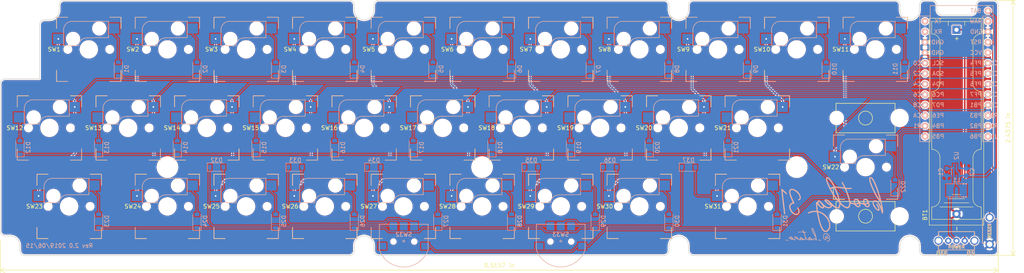
<source format=kicad_pcb>
(kicad_pcb (version 20171130) (host pcbnew "(5.1.2)-2")
  (layers (0 F.Cu signal) (31 B.Cu signal) (34 B.Paste user hide) (35 F.Paste user hide) (36 B.SilkS user) (37 F.SilkS user) (38 B.Mask user) (39 F.Mask user) (44 Edge.Cuts user))
  (net 0 "")
  (net 1 GND)
  (net 2 BAT)
  (net 3 R1)
  (net 4 "Net-(D7-Pad2)")
  (net 5 "Net-(D8-Pad2)")
  (net 6 "Net-(D9-Pad2)")
  (net 7 "Net-(D10-Pad2)")
  (net 8 "Net-(D11-Pad2)")
  (net 9 "Net-(D12-Pad2)")
  (net 10 "Net-(D13-Pad2)")
  (net 11 R2)
  (net 12 "Net-(D14-Pad2)")
  (net 13 "Net-(D15-Pad2)")
  (net 14 "Net-(D16-Pad2)")
  (net 15 "Net-(D17-Pad2)")
  (net 16 "Net-(D18-Pad2)")
  (net 17 "Net-(D19-Pad2)")
  (net 18 "Net-(D20-Pad2)")
  (net 19 "Net-(D21-Pad2)")
  (net 20 "Net-(D22-Pad2)")
  (net 21 "Net-(D23-Pad2)")
  (net 22 "Net-(D24-Pad2)")
  (net 23 "Net-(D25-Pad2)")
  (net 24 "Net-(D26-Pad2)")
  (net 25 "Net-(D27-Pad2)")
  (net 26 "Net-(D28-Pad2)")
  (net 27 "Net-(D29-Pad2)")
  (net 28 "Net-(D30-Pad2)")
  (net 29 "Net-(D31-Pad2)")
  (net 30 C0)
  (net 31 C1)
  (net 32 C2)
  (net 33 C3)
  (net 34 C4)
  (net 35 C5)
  (net 36 C6)
  (net 37 RST)
  (net 38 "Net-(BT1-Pad1)")
  (net 39 "Net-(L1-Pad1)")
  (net 40 cell)
  (net 41 "Net-(D1-Pad2)")
  (net 42 "Net-(D2-Pad2)")
  (net 43 "Net-(D3-Pad2)")
  (net 44 "Net-(D4-Pad2)")
  (net 45 "Net-(D5-Pad2)")
  (net 46 "Net-(D6-Pad2)")
  (net 47 C7)
  (net 48 C8)
  (net 49 C9)
  (net 50 C10)
  (net 51 R0)
  (net 52 "Net-(D32-Pad1)")
  (net 53 "Net-(D33-Pad1)")
  (net 54 "Net-(D34-Pad1)")
  (net 55 "Net-(D35-Pad1)")
  (net 56 "Net-(D36-Pad1)")
  (net 57 "Net-(D37-Pad1)")
  (net 58 jog)
  (net 59 "Net-(SW32-PadE)")
  (net 60 "Net-(SW33-PadE)")
  (net 61 "Net-(SW35-Pad3)")
  (net 62 "Net-(U1-Pad24)")
  (net 63 VCC)
  (net 64 "Net-(U1-Pad13)")
  (net 65 "Net-(U1-Pad2)")
  (net 66 "Net-(U1-Pad1)")
  (module cscslib:auther (layer B.Cu) (at 203.66015 80.20822 180)
    (fp_text reference G*** hide)
    (fp_text value LOGO hide)
  )
  (module cscslib:BL31_log (layer B.Cu) (at 216.58367 67.17802 180)
    (fp_text reference G*** hide)
    (fp_text value LOGO hide)
  )
  (module cscslib:CPG151101S11_ISO (layer F.Cu) (at 227.41033 57.15024)
    (fp_text reference SW22 (at -8.4 0 180) (layer F.SilkS))
    (fp_text value SW_Push hide)
    (pad "" np_thru_hole circle (at -6.985 11.938) (size 3.048 3.048) (drill 3.048) (layers *.Cu *.Mask))
    (pad "" np_thru_hole circle (at -6.985 -11.938) (size 3.048 3.048) (drill 3.048) (layers *.Cu *.Mask))
    (pad "" np_thru_hole circle (at 8.255 11.938) (size 3.9878 3.9878) (drill 3.9878) (layers *.Cu *.Mask))
    (pad "" np_thru_hole circle (at 8.255 -11.938) (size 3.9878 3.9878) (drill 3.9878) (layers *.Cu *.Mask))
    (pad 2 smd rect (at 6.115 -5.08 180) (size 2.55 2.5) (layers B.Cu B.Paste B.Mask) (net 20 "Net-(D22-Pad2)"))
    (pad 1 smd rect (at -7.385 -2.54) (size 2.55 2.5) (layers B.Cu B.Paste B.Mask) (net 50 C10))
    (pad "" np_thru_hole circle (at 0 0) (size 3.9878 3.9878) (drill 3.9878) (layers *.Cu *.Mask))
    (pad "" np_thru_hole circle (at 2.54 -5.08) (size 3 3) (drill 3) (layers *.Cu *.Mask))
    (pad "" np_thru_hole circle (at 5.08 0) (size 1.7018 1.7018) (drill 1.7018) (layers *.Cu *.Mask))
    (pad "" np_thru_hole circle (at -5.08 0) (size 1.7018 1.7018) (drill 1.7018) (layers *.Cu *.Mask))
    (pad "" np_thru_hole circle (at -3.81 -2.54) (size 3 3) (drill 3) (layers *.Cu *.Mask))
  )
  (module cscslib:THMU27 (layer B.Cu) (at 153.59127 75.00969)
    (fp_text reference SW33 (at 0 -1.524) (layer B.SilkS) (effects (justify mirror)))
    (fp_text value TMHU27)
    (pad "" np_thru_hole circle (at 2.55 0.2) (size 1.1 1.1) (drill 1.1) (layers *.Cu *.Mask))
    (pad "" np_thru_hole circle (at -2.5 0.2) (size 1.1 1.1) (drill 1.1) (layers *.Cu *.Mask))
    (pad 2 smd rect (at 2.5 -3.55) (size 1.9 2.1) (layers B.Cu B.Paste B.Mask) (net 57 "Net-(D37-Pad1)"))
    (pad T smd rect (at 0 -3.55) (size 1.9 2.1) (layers B.Cu B.Paste B.Mask) (net 56 "Net-(D36-Pad1)"))
    (pad 1 smd trapezoid (at -2.5 -3.55) (size 1.9 2.1) (layers B.Cu B.Paste B.Mask) (net 55 "Net-(D35-Pad1)"))
    (pad C smd rect (at 5.2 1.3) (size 2 1.7) (layers B.Cu B.Paste B.Mask) (net 58 jog))
    (pad E smd rect (at -5.2 1.3) (size 2 1.7) (layers B.Cu B.Paste B.Mask) (net 60 "Net-(SW33-PadE)"))
  )
  (module cscslib:THMU27 (layer B.Cu) (at 115.57 75.00969)
    (fp_text reference SW32 (at 0 -1.524) (layer B.SilkS) (effects (justify mirror)))
    (fp_text value TMHU27)
    (pad "" np_thru_hole circle (at 2.55 0.2) (size 1.1 1.1) (drill 1.1) (layers *.Cu *.Mask))
    (pad "" np_thru_hole circle (at -2.5 0.2) (size 1.1 1.1) (drill 1.1) (layers *.Cu *.Mask))
    (pad 2 smd rect (at 2.5 -3.55) (size 1.9 2.1) (layers B.Cu B.Paste B.Mask) (net 54 "Net-(D34-Pad1)"))
    (pad T smd rect (at 0 -3.55) (size 1.9 2.1) (layers B.Cu B.Paste B.Mask) (net 53 "Net-(D33-Pad1)"))
    (pad 1 smd trapezoid (at -2.5 -3.55) (size 1.9 2.1) (layers B.Cu B.Paste B.Mask) (net 52 "Net-(D32-Pad1)"))
    (pad C smd rect (at 5.2 1.3) (size 2 1.7) (layers B.Cu B.Paste B.Mask) (net 58 jog))
    (pad E smd rect (at -5.2 1.3) (size 2 1.7) (layers B.Cu B.Paste B.Mask) (net 59 "Net-(SW32-PadE)"))
  )
  (module Diode_SMD:D_SOD-123 (layer B.Cu) (at 108.34733 57.15024)
    (fp_text reference D34 (at 0 -1.698578) (layer B.SilkS) (effects (justify mirror)))
    (fp_text value D)
    (pad 2 smd rect (at 1.65 0) (size 0.9 1.2) (layers B.Cu B.Paste B.Mask) (net 34 C4))
    (pad 1 smd rect (at -1.65 0) (size 0.9 1.2) (layers B.Cu B.Paste B.Mask) (net 54 "Net-(D34-Pad1)"))
  )
  (module cscslib:CPG151101S11_1uR (layer F.Cu) (at 144.06623 47.6252)
    (fp_text reference SW18 (at -8.4 0 180) (layer F.SilkS))
    (fp_text value SW_Push hide)
    (pad 1 smd rect (at 6.115 -5.08 180) (size 2.55 2.5) (layers B.Cu B.Paste B.Mask) (net 36 C6))
    (pad 2 smd rect (at -7.385 -2.54) (size 2.55 2.5) (layers B.Cu B.Paste B.Mask) (net 16 "Net-(D18-Pad2)"))
    (pad "" np_thru_hole circle (at 0 0) (size 3.9878 3.9878) (drill 3.9878) (layers *.Cu *.Mask))
    (pad "" np_thru_hole circle (at 2.54 -5.08) (size 3 3) (drill 3) (layers *.Cu *.Mask))
    (pad "" np_thru_hole circle (at 5.08 0) (size 1.7018 1.7018) (drill 1.7018) (layers *.Cu *.Mask))
    (pad "" np_thru_hole circle (at -5.08 0) (size 1.7018 1.7018) (drill 1.7018) (layers *.Cu *.Mask))
    (pad "" np_thru_hole circle (at -3.81 -2.54) (size 3 3) (drill 3) (layers *.Cu *.Mask))
  )
  (module Diode_SMD:D_SOD-123 (layer B.Cu) (at 184.54765 57.15024)
    (fp_text reference D37 (at 0 -1.698578) (layer B.SilkS) (effects (justify mirror)))
    (fp_text value D)
    (pad 2 smd rect (at 1.65 0) (size 0.9 1.2) (layers B.Cu B.Paste B.Mask) (net 48 C8))
    (pad 1 smd rect (at -1.65 0) (size 0.9 1.2) (layers B.Cu B.Paste B.Mask) (net 57 "Net-(D37-Pad1)"))
  )
  (module Diode_SMD:D_SOD-123 (layer B.Cu) (at 165.49757 57.15024)
    (fp_text reference D36 (at 0 -1.698578) (layer B.SilkS) (effects (justify mirror)))
    (fp_text value D)
    (pad 2 smd rect (at 1.65 0) (size 0.9 1.2) (layers B.Cu B.Paste B.Mask) (net 47 C7))
    (pad 1 smd rect (at -1.65 0) (size 0.9 1.2) (layers B.Cu B.Paste B.Mask) (net 56 "Net-(D36-Pad1)"))
  )
  (module Diode_SMD:D_SOD-123 (layer B.Cu) (at 146.44749 57.15024)
    (fp_text reference D35 (at 0 -1.698578) (layer B.SilkS) (effects (justify mirror)))
    (fp_text value D)
    (pad 2 smd rect (at 1.65 0) (size 0.9 1.2) (layers B.Cu B.Paste B.Mask) (net 36 C6))
    (pad 1 smd rect (at -1.65 0) (size 0.9 1.2) (layers B.Cu B.Paste B.Mask) (net 55 "Net-(D35-Pad1)"))
  )
  (module Diode_SMD:D_SOD-123 (layer B.Cu) (at 89.29725 57.15024)
    (fp_text reference D33 (at 0 -1.698578) (layer B.SilkS) (effects (justify mirror)))
    (fp_text value D)
    (pad 2 smd rect (at 1.65 0) (size 0.9 1.2) (layers B.Cu B.Paste B.Mask) (net 33 C3))
    (pad 1 smd rect (at -1.65 0) (size 0.9 1.2) (layers B.Cu B.Paste B.Mask) (net 53 "Net-(D33-Pad1)"))
  )
  (module Diode_SMD:D_SOD-123 (layer B.Cu) (at 70.24717 57.15024)
    (fp_text reference D32 (at 0 -1.698578) (layer B.SilkS) (effects (justify mirror)))
    (fp_text value D)
    (pad 2 smd rect (at 1.65 0) (size 0.9 1.2) (layers B.Cu B.Paste B.Mask) (net 32 C2))
    (pad 1 smd rect (at -1.65 0) (size 0.9 1.2) (layers B.Cu B.Paste B.Mask) (net 52 "Net-(D32-Pad1)"))
  )
  (module cscslib:CPG151101S11_1uR (layer F.Cu) (at 201.21647 47.6252)
    (fp_text reference SW21 (at -8.4 0 180) (layer F.SilkS))
    (fp_text value SW_Push hide)
    (pad 1 smd rect (at 6.115 -5.08 180) (size 2.55 2.5) (layers B.Cu B.Paste B.Mask) (net 49 C9))
    (pad 2 smd rect (at -7.385 -2.54) (size 2.55 2.5) (layers B.Cu B.Paste B.Mask) (net 19 "Net-(D21-Pad2)"))
    (pad "" np_thru_hole circle (at 0 0) (size 3.9878 3.9878) (drill 3.9878) (layers *.Cu *.Mask))
    (pad "" np_thru_hole circle (at 2.54 -5.08) (size 3 3) (drill 3) (layers *.Cu *.Mask))
    (pad "" np_thru_hole circle (at 5.08 0) (size 1.7018 1.7018) (drill 1.7018) (layers *.Cu *.Mask))
    (pad "" np_thru_hole circle (at -5.08 0) (size 1.7018 1.7018) (drill 1.7018) (layers *.Cu *.Mask))
    (pad "" np_thru_hole circle (at -3.81 -2.54) (size 3 3) (drill 3) (layers *.Cu *.Mask))
  )
  (module cscslib:CPG151101S11_1uR (layer F.Cu) (at 182.16639 47.6252)
    (fp_text reference SW20 (at -8.4 0 180) (layer F.SilkS))
    (fp_text value SW_Push hide)
    (pad 1 smd rect (at 6.115 -5.08 180) (size 2.55 2.5) (layers B.Cu B.Paste B.Mask) (net 48 C8))
    (pad 2 smd rect (at -7.385 -2.54) (size 2.55 2.5) (layers B.Cu B.Paste B.Mask) (net 18 "Net-(D20-Pad2)"))
    (pad "" np_thru_hole circle (at 0 0) (size 3.9878 3.9878) (drill 3.9878) (layers *.Cu *.Mask))
    (pad "" np_thru_hole circle (at 2.54 -5.08) (size 3 3) (drill 3) (layers *.Cu *.Mask))
    (pad "" np_thru_hole circle (at 5.08 0) (size 1.7018 1.7018) (drill 1.7018) (layers *.Cu *.Mask))
    (pad "" np_thru_hole circle (at -5.08 0) (size 1.7018 1.7018) (drill 1.7018) (layers *.Cu *.Mask))
    (pad "" np_thru_hole circle (at -3.81 -2.54) (size 3 3) (drill 3) (layers *.Cu *.Mask))
  )
  (module cscslib:CPG151101S11_1uR (layer F.Cu) (at 163.11631 47.6252)
    (fp_text reference SW19 (at -8.4 0 180) (layer F.SilkS))
    (fp_text value SW_Push hide)
    (pad 1 smd rect (at 6.115 -5.08 180) (size 2.55 2.5) (layers B.Cu B.Paste B.Mask) (net 47 C7))
    (pad 2 smd rect (at -7.385 -2.54) (size 2.55 2.5) (layers B.Cu B.Paste B.Mask) (net 17 "Net-(D19-Pad2)"))
    (pad "" np_thru_hole circle (at 0 0) (size 3.9878 3.9878) (drill 3.9878) (layers *.Cu *.Mask))
    (pad "" np_thru_hole circle (at 2.54 -5.08) (size 3 3) (drill 3) (layers *.Cu *.Mask))
    (pad "" np_thru_hole circle (at 5.08 0) (size 1.7018 1.7018) (drill 1.7018) (layers *.Cu *.Mask))
    (pad "" np_thru_hole circle (at -5.08 0) (size 1.7018 1.7018) (drill 1.7018) (layers *.Cu *.Mask))
    (pad "" np_thru_hole circle (at -3.81 -2.54) (size 3 3) (drill 3) (layers *.Cu *.Mask))
  )
  (module cscslib:CPG151101S11_1uR (layer F.Cu) (at 125.01615 47.6252)
    (fp_text reference SW17 (at -8.4 0 180) (layer F.SilkS))
    (fp_text value SW_Push hide)
    (pad 1 smd rect (at 6.115 -5.08 180) (size 2.55 2.5) (layers B.Cu B.Paste B.Mask) (net 35 C5))
    (pad 2 smd rect (at -7.385 -2.54) (size 2.55 2.5) (layers B.Cu B.Paste B.Mask) (net 15 "Net-(D17-Pad2)"))
    (pad "" np_thru_hole circle (at 0 0) (size 3.9878 3.9878) (drill 3.9878) (layers *.Cu *.Mask))
    (pad "" np_thru_hole circle (at 2.54 -5.08) (size 3 3) (drill 3) (layers *.Cu *.Mask))
    (pad "" np_thru_hole circle (at 5.08 0) (size 1.7018 1.7018) (drill 1.7018) (layers *.Cu *.Mask))
    (pad "" np_thru_hole circle (at -5.08 0) (size 1.7018 1.7018) (drill 1.7018) (layers *.Cu *.Mask))
    (pad "" np_thru_hole circle (at -3.81 -2.54) (size 3 3) (drill 3) (layers *.Cu *.Mask))
  )
  (module cscslib:CPG151101S11_1uR (layer F.Cu) (at 105.96607 47.6252)
    (fp_text reference SW16 (at -8.4 0 180) (layer F.SilkS))
    (fp_text value SW_Push hide)
    (pad 1 smd rect (at 6.115 -5.08 180) (size 2.55 2.5) (layers B.Cu B.Paste B.Mask) (net 34 C4))
    (pad 2 smd rect (at -7.385 -2.54) (size 2.55 2.5) (layers B.Cu B.Paste B.Mask) (net 14 "Net-(D16-Pad2)"))
    (pad "" np_thru_hole circle (at 0 0) (size 3.9878 3.9878) (drill 3.9878) (layers *.Cu *.Mask))
    (pad "" np_thru_hole circle (at 2.54 -5.08) (size 3 3) (drill 3) (layers *.Cu *.Mask))
    (pad "" np_thru_hole circle (at 5.08 0) (size 1.7018 1.7018) (drill 1.7018) (layers *.Cu *.Mask))
    (pad "" np_thru_hole circle (at -5.08 0) (size 1.7018 1.7018) (drill 1.7018) (layers *.Cu *.Mask))
    (pad "" np_thru_hole circle (at -3.81 -2.54) (size 3 3) (drill 3) (layers *.Cu *.Mask))
  )
  (module cscslib:CPG151101S11_1uR (layer F.Cu) (at 86.91599 47.6252)
    (fp_text reference SW15 (at -8.4 0 180) (layer F.SilkS))
    (fp_text value SW_Push hide)
    (pad 1 smd rect (at 6.115 -5.08 180) (size 2.55 2.5) (layers B.Cu B.Paste B.Mask) (net 33 C3))
    (pad 2 smd rect (at -7.385 -2.54) (size 2.55 2.5) (layers B.Cu B.Paste B.Mask) (net 13 "Net-(D15-Pad2)"))
    (pad "" np_thru_hole circle (at 0 0) (size 3.9878 3.9878) (drill 3.9878) (layers *.Cu *.Mask))
    (pad "" np_thru_hole circle (at 2.54 -5.08) (size 3 3) (drill 3) (layers *.Cu *.Mask))
    (pad "" np_thru_hole circle (at 5.08 0) (size 1.7018 1.7018) (drill 1.7018) (layers *.Cu *.Mask))
    (pad "" np_thru_hole circle (at -5.08 0) (size 1.7018 1.7018) (drill 1.7018) (layers *.Cu *.Mask))
    (pad "" np_thru_hole circle (at -3.81 -2.54) (size 3 3) (drill 3) (layers *.Cu *.Mask))
  )
  (module cscslib:CPG151101S11_1uR (layer F.Cu) (at 67.86591 47.6252)
    (fp_text reference SW14 (at -8.4 0 180) (layer F.SilkS))
    (fp_text value SW_Push hide)
    (pad 1 smd rect (at 6.115 -5.08 180) (size 2.55 2.5) (layers B.Cu B.Paste B.Mask) (net 32 C2))
    (pad 2 smd rect (at -7.385 -2.54) (size 2.55 2.5) (layers B.Cu B.Paste B.Mask) (net 12 "Net-(D14-Pad2)"))
    (pad "" np_thru_hole circle (at 0 0) (size 3.9878 3.9878) (drill 3.9878) (layers *.Cu *.Mask))
    (pad "" np_thru_hole circle (at 2.54 -5.08) (size 3 3) (drill 3) (layers *.Cu *.Mask))
    (pad "" np_thru_hole circle (at 5.08 0) (size 1.7018 1.7018) (drill 1.7018) (layers *.Cu *.Mask))
    (pad "" np_thru_hole circle (at -5.08 0) (size 1.7018 1.7018) (drill 1.7018) (layers *.Cu *.Mask))
    (pad "" np_thru_hole circle (at -3.81 -2.54) (size 3 3) (drill 3) (layers *.Cu *.Mask))
  )
  (module cscslib:CPG151101S11_1uR (layer F.Cu) (at 48.81583 47.6252)
    (fp_text reference SW13 (at -8.4 0 180) (layer F.SilkS))
    (fp_text value SW_Push hide)
    (pad 1 smd rect (at 6.115 -5.08 180) (size 2.55 2.5) (layers B.Cu B.Paste B.Mask) (net 31 C1))
    (pad 2 smd rect (at -7.385 -2.54) (size 2.55 2.5) (layers B.Cu B.Paste B.Mask) (net 10 "Net-(D13-Pad2)"))
    (pad "" np_thru_hole circle (at 0 0) (size 3.9878 3.9878) (drill 3.9878) (layers *.Cu *.Mask))
    (pad "" np_thru_hole circle (at 2.54 -5.08) (size 3 3) (drill 3) (layers *.Cu *.Mask))
    (pad "" np_thru_hole circle (at 5.08 0) (size 1.7018 1.7018) (drill 1.7018) (layers *.Cu *.Mask))
    (pad "" np_thru_hole circle (at -5.08 0) (size 1.7018 1.7018) (drill 1.7018) (layers *.Cu *.Mask))
    (pad "" np_thru_hole circle (at -3.81 -2.54) (size 3 3) (drill 3) (layers *.Cu *.Mask))
  )
  (module cscslib:CPG151101S11_1uR (layer F.Cu) (at 29.76575 47.6252)
    (fp_text reference SW12 (at -8.4 0 180) (layer F.SilkS))
    (fp_text value SW_Push hide)
    (pad 1 smd rect (at 6.115 -5.08 180) (size 2.55 2.5) (layers B.Cu B.Paste B.Mask) (net 30 C0))
    (pad 2 smd rect (at -7.385 -2.54) (size 2.55 2.5) (layers B.Cu B.Paste B.Mask) (net 9 "Net-(D12-Pad2)"))
    (pad "" np_thru_hole circle (at 0 0) (size 3.9878 3.9878) (drill 3.9878) (layers *.Cu *.Mask))
    (pad "" np_thru_hole circle (at 2.54 -5.08) (size 3 3) (drill 3) (layers *.Cu *.Mask))
    (pad "" np_thru_hole circle (at 5.08 0) (size 1.7018 1.7018) (drill 1.7018) (layers *.Cu *.Mask))
    (pad "" np_thru_hole circle (at -5.08 0) (size 1.7018 1.7018) (drill 1.7018) (layers *.Cu *.Mask))
    (pad "" np_thru_hole circle (at -3.81 -2.54) (size 3 3) (drill 3) (layers *.Cu *.Mask))
  )
  (module cscslib:CPG151101S11_1u (layer F.Cu) (at 172.64135 66.67528)
    (fp_text reference SW30 (at -8.4 0 180) (layer F.SilkS))
    (fp_text value SW_Push hide)
    (pad 2 smd rect (at 6.115 -5.08 180) (size 2.55 2.5) (layers B.Cu B.Paste B.Mask) (net 28 "Net-(D30-Pad2)"))
    (pad 1 smd rect (at -7.385 -2.54) (size 2.55 2.5) (layers B.Cu B.Paste B.Mask) (net 47 C7))
    (pad "" np_thru_hole circle (at 0 0) (size 3.9878 3.9878) (drill 3.9878) (layers *.Cu *.Mask))
    (pad "" np_thru_hole circle (at 2.54 -5.08) (size 3 3) (drill 3) (layers *.Cu *.Mask))
    (pad "" np_thru_hole circle (at 5.08 0) (size 1.7018 1.7018) (drill 1.7018) (layers *.Cu *.Mask))
    (pad "" np_thru_hole circle (at -5.08 0) (size 1.7018 1.7018) (drill 1.7018) (layers *.Cu *.Mask))
    (pad "" np_thru_hole circle (at -3.81 -2.54) (size 3 3) (drill 3) (layers *.Cu *.Mask))
  )
  (module cscslib:HOLE_M2_TH (layer F.Cu) (at 58.34087 57.15024)
    (fp_text reference H3 hide)
    (fp_text value MountingHole hide)
    (pad "" np_thru_hole circle (at 0 0 90) (size 4.7004 4.7004) (drill 4.7004) (layers *.Cu *.Mask F.SilkS) (clearance 0.3))
  )
  (module cscslib:HOLE_M2_TH (layer F.Cu) (at 210.74151 57.15024)
    (fp_text reference H2 hide)
    (fp_text value MountingHole hide)
    (pad "" np_thru_hole circle (at 0 0 90) (size 4.7004 4.7004) (drill 4.7004) (layers *.Cu *.Mask F.SilkS) (clearance 0.3))
  )
  (module cscslib:BLEMicroPro-2N (layer B.Cu) (at 249.436983 35.71886 180)
    (fp_text reference U1 hide)
    (fp_text value BLE-Micro-Pro-2 hide)
    (fp_text user BAT (at -4.699 16.51 180) (layer B.SilkS) (effects (justify mirror)))
    (fp_text user TX (at 4.445 13.97 180) (layer B.SilkS) (effects (justify mirror)))
    (fp_text user RX (at 4.445 11.43 180) (layer B.SilkS) (effects (justify mirror)))
    (fp_text user GND (at 4.572 8.89 180) (layer B.SilkS) (effects (justify mirror)))
    (fp_text user GND (at 4.572 6.35) (layer B.SilkS) (effects (justify mirror)))
    (fp_text user SCL (at 4.445 3.81 180) (layer B.SilkS) (effects (justify mirror)))
    (fp_text user SDA (at 4.445 1.27 180) (layer B.SilkS) (effects (justify mirror)))
    (fp_text user PD4 (at 4.445 -1.27 180) (layer B.SilkS) (effects (justify mirror)))
    (fp_text user PC6 (at 4.445 -3.81 180) (layer B.SilkS) (effects (justify mirror)))
    (fp_text user PD7 (at 4.445 -6.35 180) (layer B.SilkS) (effects (justify mirror)))
    (fp_text user PE6 (at 4.445 -8.89 180) (layer B.SilkS) (effects (justify mirror)))
    (fp_text user PB4 (at 4.445 -11.43 180) (layer B.SilkS) (effects (justify mirror)))
    (fp_text user PB5 (at 4.445 -13.97 180) (layer B.SilkS) (effects (justify mirror)))
    (fp_text user RAW (at -4.699 13.97 180) (layer B.SilkS) (effects (justify mirror)))
    (fp_text user GND (at -4.826 11.43) (layer B.SilkS) (effects (justify mirror)))
    (fp_text user VCC (at -4.699 6.35 180) (layer B.SilkS) (effects (justify mirror)))
    (fp_text user PF4 (at -4.699 3.81 180) (layer B.SilkS) (effects (justify mirror)))
    (fp_text user PF5 (at -4.699 1.27 180) (layer B.SilkS) (effects (justify mirror)))
    (fp_text user PF6 (at -4.699 -1.27 180) (layer B.SilkS) (effects (justify mirror)))
    (fp_text user PB1 (at -4.699 -6.35 180) (layer B.SilkS) (effects (justify mirror)))
    (fp_text user PB3 (at -4.699 -8.89 180) (layer B.SilkS) (effects (justify mirror)))
    (fp_text user PB2 (at -4.699 -11.43 180) (layer B.SilkS) (effects (justify mirror)))
    (fp_text user PB6 (at -4.699 -13.97 180) (layer B.SilkS) (effects (justify mirror)))
    (fp_text user RST (at -4.699 8.89 180) (layer B.SilkS) (effects (justify mirror)))
    (fp_text user PF7 (at -4.699 -3.81 180) (layer B.SilkS) (effects (justify mirror)))
    (pad 25 thru_hole circle (at -7.62 16.51) (size 1.6 1.6) (drill 0.8) (layers *.Cu *.Mask B.SilkS) (net 2 BAT))
    (pad 24 thru_hole circle (at -7.62 13.97) (size 1.6 1.6) (drill 0.8) (layers *.Cu *.Mask B.SilkS) (net 62 "Net-(U1-Pad24)"))
    (pad 23 thru_hole circle (at -7.62 11.43) (size 1.6 1.6) (drill 0.8) (layers *.Cu *.Mask B.SilkS) (net 1 GND))
    (pad 22 thru_hole circle (at -7.62 8.89) (size 1.6 1.6) (drill 0.8) (layers *.Cu *.Mask B.SilkS) (net 37 RST))
    (pad 21 thru_hole circle (at -7.62 6.35) (size 1.6 1.6) (drill 0.8) (layers *.Cu *.Mask B.SilkS) (net 63 VCC))
    (pad 20 thru_hole circle (at -7.62 3.81) (size 1.6 1.6) (drill 0.8) (layers *.Cu *.Mask B.SilkS) (net 31 C1))
    (pad 19 thru_hole circle (at -7.62 1.27) (size 1.6 1.6) (drill 0.8) (layers *.Cu *.Mask B.SilkS) (net 33 C3))
    (pad 18 thru_hole circle (at -7.62 -1.27) (size 1.6 1.6) (drill 0.8) (layers *.Cu *.Mask B.SilkS) (net 35 C5))
    (pad 17 thru_hole circle (at -7.62 -3.81) (size 1.6 1.6) (drill 0.8) (layers *.Cu *.Mask B.SilkS) (net 47 C7))
    (pad 16 thru_hole circle (at -7.62 -6.35) (size 1.6 1.6) (drill 0.8) (layers *.Cu *.Mask B.SilkS) (net 49 C9))
    (pad 15 thru_hole circle (at -7.62 -8.89) (size 1.6 1.6) (drill 0.8) (layers *.Cu *.Mask B.SilkS) (net 51 R0))
    (pad 14 thru_hole circle (at -7.62 -11.43) (size 1.6 1.6) (drill 0.8) (layers *.Cu *.Mask B.SilkS) (net 11 R2))
    (pad 13 thru_hole circle (at -7.62 -13.97) (size 1.6 1.6) (drill 0.8) (layers *.Cu *.Mask B.SilkS) (net 64 "Net-(U1-Pad13)"))
    (pad 12 thru_hole circle (at 7.62 -13.97) (size 1.6 1.6) (drill 0.8) (layers *.Cu *.Mask B.SilkS) (net 58 jog))
    (pad 11 thru_hole circle (at 7.62 -11.43) (size 1.6 1.6) (drill 0.8) (layers *.Cu *.Mask B.SilkS) (net 3 R1))
    (pad 10 thru_hole circle (at 7.62 -8.89) (size 1.6 1.6) (drill 0.8) (layers *.Cu *.Mask B.SilkS) (net 50 C10))
    (pad 9 thru_hole circle (at 7.62 -6.35) (size 1.6 1.6) (drill 0.8) (layers *.Cu *.Mask B.SilkS) (net 48 C8))
    (pad 8 thru_hole circle (at 7.62 -3.81) (size 1.6 1.6) (drill 0.8) (layers *.Cu *.Mask B.SilkS) (net 36 C6))
    (pad 7 thru_hole circle (at 7.62 -1.27) (size 1.6 1.6) (drill 0.8) (layers *.Cu *.Mask B.SilkS) (net 34 C4))
    (pad 6 thru_hole circle (at 7.62 1.27) (size 1.6 1.6) (drill 0.8) (layers *.Cu *.Mask B.SilkS) (net 32 C2))
    (pad 5 thru_hole circle (at 7.62 3.81) (size 1.6 1.6) (drill 0.8) (layers *.Cu *.Mask B.SilkS) (net 30 C0))
    (pad 4 thru_hole circle (at 7.62 6.35) (size 1.6 1.6) (drill 0.8) (layers *.Cu *.Mask B.SilkS) (net 1 GND))
    (pad 3 thru_hole circle (at 7.62 8.89) (size 1.6 1.6) (drill 0.8) (layers *.Cu *.Mask B.SilkS) (net 1 GND))
    (pad 2 thru_hole circle (at 7.62 11.43) (size 1.6 1.6) (drill 0.8) (layers *.Cu *.Mask B.SilkS) (net 65 "Net-(U1-Pad2)"))
    (pad 1 thru_hole circle (at 7.62 13.97) (size 1.6 1.6) (drill 0.8) (layers *.Cu *.Mask B.SilkS) (net 66 "Net-(U1-Pad1)"))
  )
  (module cscslib:BatteryHolder_Keystone_2466_1xAAA (layer F.Cu) (at 249.436983 23.8126 270)
    (fp_text reference BT1 (at 44.9263 7.62 90) (layer F.SilkS))
    (fp_text value Battery_Cell)
    (fp_text user - (at 48.26 0 270) (layer F.SilkS))
    (fp_text user + (at 2.15912 0 270) (layer F.SilkS))
    (fp_text user - (at 48.26 0 90) (layer F.SilkS))
    (pad 2 thru_hole circle (at 44.7 0 270) (size 2 2) (drill 1.02) (layers *.Cu *.Mask) (net 1 GND))
    (pad 1 thru_hole rect (at 0 0 270) (size 2 2) (drill 1.02) (layers *.Cu *.Mask) (net 38 "Net-(BT1-Pad1)"))
  )
  (module cscslib:CPG151101S11_1.75u (layer F.Cu) (at 198.83521 66.67528)
    (fp_text reference SW31 (at -8.4 0 180) (layer F.SilkS))
    (fp_text value SW_Push hide)
    (pad 2 smd rect (at 6.115 -5.08 180) (size 2.55 2.5) (layers B.Cu B.Paste B.Mask) (net 29 "Net-(D31-Pad2)"))
    (pad 1 smd rect (at -7.385 -2.54) (size 2.55 2.5) (layers B.Cu B.Paste B.Mask) (net 48 C8))
    (pad "" np_thru_hole circle (at 0 0) (size 3.9878 3.9878) (drill 3.9878) (layers *.Cu *.Mask))
    (pad "" np_thru_hole circle (at 2.54 -5.08) (size 3 3) (drill 3) (layers *.Cu *.Mask))
    (pad "" np_thru_hole circle (at 5.08 0) (size 1.7018 1.7018) (drill 1.7018) (layers *.Cu *.Mask))
    (pad "" np_thru_hole circle (at -5.08 0) (size 1.7018 1.7018) (drill 1.7018) (layers *.Cu *.Mask))
    (pad "" np_thru_hole circle (at -3.81 -2.54) (size 3 3) (drill 3) (layers *.Cu *.Mask))
  )
  (module cscslib:CPG151101S11_1.5u (layer F.Cu) (at 34.52827 66.67528)
    (fp_text reference SW23 (at -8.4 0 180) (layer F.SilkS))
    (fp_text value SW_Push hide)
    (pad 2 smd rect (at 6.115 -5.08 180) (size 2.55 2.5) (layers B.Cu B.Paste B.Mask) (net 21 "Net-(D23-Pad2)"))
    (pad 1 smd rect (at -7.385 -2.54) (size 2.55 2.5) (layers B.Cu B.Paste B.Mask) (net 30 C0))
    (pad "" np_thru_hole circle (at 0 0) (size 3.9878 3.9878) (drill 3.9878) (layers *.Cu *.Mask))
    (pad "" np_thru_hole circle (at 2.54 -5.08) (size 3 3) (drill 3) (layers *.Cu *.Mask))
    (pad "" np_thru_hole circle (at 5.08 0) (size 1.7018 1.7018) (drill 1.7018) (layers *.Cu *.Mask))
    (pad "" np_thru_hole circle (at -5.08 0) (size 1.7018 1.7018) (drill 1.7018) (layers *.Cu *.Mask))
    (pad "" np_thru_hole circle (at -3.81 -2.54) (size 3 3) (drill 3) (layers *.Cu *.Mask))
  )
  (module cscslib:CPG151101S11_1u (layer F.Cu) (at 153.59127 66.67528)
    (fp_text reference SW29 (at -8.4 0 180) (layer F.SilkS))
    (fp_text value SW_Push hide)
    (pad 2 smd rect (at 6.115 -5.08 180) (size 2.55 2.5) (layers B.Cu B.Paste B.Mask) (net 27 "Net-(D29-Pad2)"))
    (pad 1 smd rect (at -7.385 -2.54) (size 2.55 2.5) (layers B.Cu B.Paste B.Mask) (net 36 C6))
    (pad "" np_thru_hole circle (at 0 0) (size 3.9878 3.9878) (drill 3.9878) (layers *.Cu *.Mask))
    (pad "" np_thru_hole circle (at 2.54 -5.08) (size 3 3) (drill 3) (layers *.Cu *.Mask))
    (pad "" np_thru_hole circle (at 5.08 0) (size 1.7018 1.7018) (drill 1.7018) (layers *.Cu *.Mask))
    (pad "" np_thru_hole circle (at -5.08 0) (size 1.7018 1.7018) (drill 1.7018) (layers *.Cu *.Mask))
    (pad "" np_thru_hole circle (at -3.81 -2.54) (size 3 3) (drill 3) (layers *.Cu *.Mask))
  )
  (module cscslib:CPG151101S11_1u (layer F.Cu) (at 134.54119 66.67528)
    (fp_text reference SW28 (at -8.4 0 180) (layer F.SilkS))
    (fp_text value SW_Push hide)
    (pad 2 smd rect (at 6.115 -5.08 180) (size 2.55 2.5) (layers B.Cu B.Paste B.Mask) (net 26 "Net-(D28-Pad2)"))
    (pad 1 smd rect (at -7.385 -2.54) (size 2.55 2.5) (layers B.Cu B.Paste B.Mask) (net 35 C5))
    (pad "" np_thru_hole circle (at 0 0) (size 3.9878 3.9878) (drill 3.9878) (layers *.Cu *.Mask))
    (pad "" np_thru_hole circle (at 2.54 -5.08) (size 3 3) (drill 3) (layers *.Cu *.Mask))
    (pad "" np_thru_hole circle (at 5.08 0) (size 1.7018 1.7018) (drill 1.7018) (layers *.Cu *.Mask))
    (pad "" np_thru_hole circle (at -5.08 0) (size 1.7018 1.7018) (drill 1.7018) (layers *.Cu *.Mask))
    (pad "" np_thru_hole circle (at -3.81 -2.54) (size 3 3) (drill 3) (layers *.Cu *.Mask))
  )
  (module cscslib:CPG151101S11_1u (layer F.Cu) (at 115.49111 66.67528)
    (fp_text reference SW27 (at -8.4 0 180) (layer F.SilkS))
    (fp_text value SW_Push hide)
    (pad 2 smd rect (at 6.115 -5.08 180) (size 2.55 2.5) (layers B.Cu B.Paste B.Mask) (net 25 "Net-(D27-Pad2)"))
    (pad 1 smd rect (at -7.385 -2.54) (size 2.55 2.5) (layers B.Cu B.Paste B.Mask) (net 34 C4))
    (pad "" np_thru_hole circle (at 0 0) (size 3.9878 3.9878) (drill 3.9878) (layers *.Cu *.Mask))
    (pad "" np_thru_hole circle (at 2.54 -5.08) (size 3 3) (drill 3) (layers *.Cu *.Mask))
    (pad "" np_thru_hole circle (at 5.08 0) (size 1.7018 1.7018) (drill 1.7018) (layers *.Cu *.Mask))
    (pad "" np_thru_hole circle (at -5.08 0) (size 1.7018 1.7018) (drill 1.7018) (layers *.Cu *.Mask))
    (pad "" np_thru_hole circle (at -3.81 -2.54) (size 3 3) (drill 3) (layers *.Cu *.Mask))
  )
  (module cscslib:CPG151101S11_1u (layer F.Cu) (at 96.44103 66.67528)
    (fp_text reference SW26 (at -8.4 0 180) (layer F.SilkS))
    (fp_text value SW_Push hide)
    (pad 2 smd rect (at 6.115 -5.08 180) (size 2.55 2.5) (layers B.Cu B.Paste B.Mask) (net 24 "Net-(D26-Pad2)"))
    (pad 1 smd rect (at -7.385 -2.54) (size 2.55 2.5) (layers B.Cu B.Paste B.Mask) (net 33 C3))
    (pad "" np_thru_hole circle (at 0 0) (size 3.9878 3.9878) (drill 3.9878) (layers *.Cu *.Mask))
    (pad "" np_thru_hole circle (at 2.54 -5.08) (size 3 3) (drill 3) (layers *.Cu *.Mask))
    (pad "" np_thru_hole circle (at 5.08 0) (size 1.7018 1.7018) (drill 1.7018) (layers *.Cu *.Mask))
    (pad "" np_thru_hole circle (at -5.08 0) (size 1.7018 1.7018) (drill 1.7018) (layers *.Cu *.Mask))
    (pad "" np_thru_hole circle (at -3.81 -2.54) (size 3 3) (drill 3) (layers *.Cu *.Mask))
  )
  (module cscslib:CPG151101S11_1u (layer F.Cu) (at 77.39095 66.67528)
    (fp_text reference SW25 (at -8.4 0 180) (layer F.SilkS))
    (fp_text value SW_Push hide)
    (pad 2 smd rect (at 6.115 -5.08 180) (size 2.55 2.5) (layers B.Cu B.Paste B.Mask) (net 23 "Net-(D25-Pad2)"))
    (pad 1 smd rect (at -7.385 -2.54) (size 2.55 2.5) (layers B.Cu B.Paste B.Mask) (net 32 C2))
    (pad "" np_thru_hole circle (at 0 0) (size 3.9878 3.9878) (drill 3.9878) (layers *.Cu *.Mask))
    (pad "" np_thru_hole circle (at 2.54 -5.08) (size 3 3) (drill 3) (layers *.Cu *.Mask))
    (pad "" np_thru_hole circle (at 5.08 0) (size 1.7018 1.7018) (drill 1.7018) (layers *.Cu *.Mask))
    (pad "" np_thru_hole circle (at -5.08 0) (size 1.7018 1.7018) (drill 1.7018) (layers *.Cu *.Mask))
    (pad "" np_thru_hole circle (at -3.81 -2.54) (size 3 3) (drill 3) (layers *.Cu *.Mask))
  )
  (module cscslib:CPG151101S11_1u (layer F.Cu) (at 58.34087 66.67528)
    (fp_text reference SW24 (at -8.4 0 180) (layer F.SilkS))
    (fp_text value SW_Push hide)
    (pad 2 smd rect (at 6.115 -5.08 180) (size 2.55 2.5) (layers B.Cu B.Paste B.Mask) (net 22 "Net-(D24-Pad2)"))
    (pad 1 smd rect (at -7.385 -2.54) (size 2.55 2.5) (layers B.Cu B.Paste B.Mask) (net 31 C1))
    (pad "" np_thru_hole circle (at 0 0) (size 3.9878 3.9878) (drill 3.9878) (layers *.Cu *.Mask))
    (pad "" np_thru_hole circle (at 2.54 -5.08) (size 3 3) (drill 3) (layers *.Cu *.Mask))
    (pad "" np_thru_hole circle (at 5.08 0) (size 1.7018 1.7018) (drill 1.7018) (layers *.Cu *.Mask))
    (pad "" np_thru_hole circle (at -5.08 0) (size 1.7018 1.7018) (drill 1.7018) (layers *.Cu *.Mask))
    (pad "" np_thru_hole circle (at -3.81 -2.54) (size 3 3) (drill 3) (layers *.Cu *.Mask))
  )
  (module cscslib:CPG151101S11_1u (layer F.Cu) (at 229.79159 28.57512)
    (fp_text reference SW11 (at -8.4 0 180) (layer F.SilkS))
    (fp_text value SW_Push hide)
    (pad 2 smd rect (at 6.115 -5.08 180) (size 2.55 2.5) (layers B.Cu B.Paste B.Mask) (net 8 "Net-(D11-Pad2)"))
    (pad 1 smd rect (at -7.385 -2.54) (size 2.55 2.5) (layers B.Cu B.Paste B.Mask) (net 50 C10))
    (pad "" np_thru_hole circle (at 0 0) (size 3.9878 3.9878) (drill 3.9878) (layers *.Cu *.Mask))
    (pad "" np_thru_hole circle (at 2.54 -5.08) (size 3 3) (drill 3) (layers *.Cu *.Mask))
    (pad "" np_thru_hole circle (at 5.08 0) (size 1.7018 1.7018) (drill 1.7018) (layers *.Cu *.Mask))
    (pad "" np_thru_hole circle (at -5.08 0) (size 1.7018 1.7018) (drill 1.7018) (layers *.Cu *.Mask))
    (pad "" np_thru_hole circle (at -3.81 -2.54) (size 3 3) (drill 3) (layers *.Cu *.Mask))
  )
  (module cscslib:CPG151101S11_1u (layer F.Cu) (at 210.74151 28.57512)
    (fp_text reference SW10 (at -8.4 0 180) (layer F.SilkS))
    (fp_text value SW_Push hide)
    (pad 2 smd rect (at 6.115 -5.08 180) (size 2.55 2.5) (layers B.Cu B.Paste B.Mask) (net 7 "Net-(D10-Pad2)"))
    (pad 1 smd rect (at -7.385 -2.54) (size 2.55 2.5) (layers B.Cu B.Paste B.Mask) (net 49 C9))
    (pad "" np_thru_hole circle (at 0 0) (size 3.9878 3.9878) (drill 3.9878) (layers *.Cu *.Mask))
    (pad "" np_thru_hole circle (at 2.54 -5.08) (size 3 3) (drill 3) (layers *.Cu *.Mask))
    (pad "" np_thru_hole circle (at 5.08 0) (size 1.7018 1.7018) (drill 1.7018) (layers *.Cu *.Mask))
    (pad "" np_thru_hole circle (at -5.08 0) (size 1.7018 1.7018) (drill 1.7018) (layers *.Cu *.Mask))
    (pad "" np_thru_hole circle (at -3.81 -2.54) (size 3 3) (drill 3) (layers *.Cu *.Mask))
  )
  (module cscslib:CPG151101S11_1u (layer F.Cu) (at 191.69143 28.57512)
    (fp_text reference SW9 (at -8.4 0 180) (layer F.SilkS))
    (fp_text value SW_Push hide)
    (pad 2 smd rect (at 6.115 -5.08 180) (size 2.55 2.5) (layers B.Cu B.Paste B.Mask) (net 6 "Net-(D9-Pad2)"))
    (pad 1 smd rect (at -7.385 -2.54) (size 2.55 2.5) (layers B.Cu B.Paste B.Mask) (net 48 C8))
    (pad "" np_thru_hole circle (at 0 0) (size 3.9878 3.9878) (drill 3.9878) (layers *.Cu *.Mask))
    (pad "" np_thru_hole circle (at 2.54 -5.08) (size 3 3) (drill 3) (layers *.Cu *.Mask))
    (pad "" np_thru_hole circle (at 5.08 0) (size 1.7018 1.7018) (drill 1.7018) (layers *.Cu *.Mask))
    (pad "" np_thru_hole circle (at -5.08 0) (size 1.7018 1.7018) (drill 1.7018) (layers *.Cu *.Mask))
    (pad "" np_thru_hole circle (at -3.81 -2.54) (size 3 3) (drill 3) (layers *.Cu *.Mask))
  )
  (module cscslib:CPG151101S11_1u (layer F.Cu) (at 172.64135 28.57512)
    (fp_text reference SW8 (at -8.4 0 180) (layer F.SilkS))
    (fp_text value SW_Push hide)
    (pad 2 smd rect (at 6.115 -5.08 180) (size 2.55 2.5) (layers B.Cu B.Paste B.Mask) (net 5 "Net-(D8-Pad2)"))
    (pad 1 smd rect (at -7.385 -2.54) (size 2.55 2.5) (layers B.Cu B.Paste B.Mask) (net 47 C7))
    (pad "" np_thru_hole circle (at 0 0) (size 3.9878 3.9878) (drill 3.9878) (layers *.Cu *.Mask))
    (pad "" np_thru_hole circle (at 2.54 -5.08) (size 3 3) (drill 3) (layers *.Cu *.Mask))
    (pad "" np_thru_hole circle (at 5.08 0) (size 1.7018 1.7018) (drill 1.7018) (layers *.Cu *.Mask))
    (pad "" np_thru_hole circle (at -5.08 0) (size 1.7018 1.7018) (drill 1.7018) (layers *.Cu *.Mask))
    (pad "" np_thru_hole circle (at -3.81 -2.54) (size 3 3) (drill 3) (layers *.Cu *.Mask))
  )
  (module cscslib:CPG151101S11_1u (layer F.Cu) (at 153.59127 28.57512)
    (fp_text reference SW7 (at -8.4 0 180) (layer F.SilkS))
    (fp_text value SW_Push hide)
    (pad 2 smd rect (at 6.115 -5.08 180) (size 2.55 2.5) (layers B.Cu B.Paste B.Mask) (net 4 "Net-(D7-Pad2)"))
    (pad 1 smd rect (at -7.385 -2.54) (size 2.55 2.5) (layers B.Cu B.Paste B.Mask) (net 36 C6))
    (pad "" np_thru_hole circle (at 0 0) (size 3.9878 3.9878) (drill 3.9878) (layers *.Cu *.Mask))
    (pad "" np_thru_hole circle (at 2.54 -5.08) (size 3 3) (drill 3) (layers *.Cu *.Mask))
    (pad "" np_thru_hole circle (at 5.08 0) (size 1.7018 1.7018) (drill 1.7018) (layers *.Cu *.Mask))
    (pad "" np_thru_hole circle (at -5.08 0) (size 1.7018 1.7018) (drill 1.7018) (layers *.Cu *.Mask))
    (pad "" np_thru_hole circle (at -3.81 -2.54) (size 3 3) (drill 3) (layers *.Cu *.Mask))
  )
  (module cscslib:CPG151101S11_1u (layer F.Cu) (at 134.54119 28.57512)
    (fp_text reference SW6 (at -8.4 0 180) (layer F.SilkS))
    (fp_text value SW_Push hide)
    (pad 2 smd rect (at 6.115 -5.08 180) (size 2.55 2.5) (layers B.Cu B.Paste B.Mask) (net 46 "Net-(D6-Pad2)"))
    (pad 1 smd rect (at -7.385 -2.54) (size 2.55 2.5) (layers B.Cu B.Paste B.Mask) (net 35 C5))
    (pad "" np_thru_hole circle (at 0 0) (size 3.9878 3.9878) (drill 3.9878) (layers *.Cu *.Mask))
    (pad "" np_thru_hole circle (at 2.54 -5.08) (size 3 3) (drill 3) (layers *.Cu *.Mask))
    (pad "" np_thru_hole circle (at 5.08 0) (size 1.7018 1.7018) (drill 1.7018) (layers *.Cu *.Mask))
    (pad "" np_thru_hole circle (at -5.08 0) (size 1.7018 1.7018) (drill 1.7018) (layers *.Cu *.Mask))
    (pad "" np_thru_hole circle (at -3.81 -2.54) (size 3 3) (drill 3) (layers *.Cu *.Mask))
  )
  (module cscslib:CPG151101S11_1u (layer F.Cu) (at 115.49111 28.57512)
    (fp_text reference SW5 (at -8.4 0 180) (layer F.SilkS))
    (fp_text value SW_Push hide)
    (pad 2 smd rect (at 6.115 -5.08 180) (size 2.55 2.5) (layers B.Cu B.Paste B.Mask) (net 45 "Net-(D5-Pad2)"))
    (pad 1 smd rect (at -7.385 -2.54) (size 2.55 2.5) (layers B.Cu B.Paste B.Mask) (net 34 C4))
    (pad "" np_thru_hole circle (at 0 0) (size 3.9878 3.9878) (drill 3.9878) (layers *.Cu *.Mask))
    (pad "" np_thru_hole circle (at 2.54 -5.08) (size 3 3) (drill 3) (layers *.Cu *.Mask))
    (pad "" np_thru_hole circle (at 5.08 0) (size 1.7018 1.7018) (drill 1.7018) (layers *.Cu *.Mask))
    (pad "" np_thru_hole circle (at -5.08 0) (size 1.7018 1.7018) (drill 1.7018) (layers *.Cu *.Mask))
    (pad "" np_thru_hole circle (at -3.81 -2.54) (size 3 3) (drill 3) (layers *.Cu *.Mask))
  )
  (module cscslib:CPG151101S11_1u (layer F.Cu) (at 96.44103 28.57512)
    (fp_text reference SW4 (at -8.4 0 180) (layer F.SilkS))
    (fp_text value SW_Push hide)
    (pad 2 smd rect (at 6.115 -5.08 180) (size 2.55 2.5) (layers B.Cu B.Paste B.Mask) (net 44 "Net-(D4-Pad2)"))
    (pad 1 smd rect (at -7.385 -2.54) (size 2.55 2.5) (layers B.Cu B.Paste B.Mask) (net 33 C3))
    (pad "" np_thru_hole circle (at 0 0) (size 3.9878 3.9878) (drill 3.9878) (layers *.Cu *.Mask))
    (pad "" np_thru_hole circle (at 2.54 -5.08) (size 3 3) (drill 3) (layers *.Cu *.Mask))
    (pad "" np_thru_hole circle (at 5.08 0) (size 1.7018 1.7018) (drill 1.7018) (layers *.Cu *.Mask))
    (pad "" np_thru_hole circle (at -5.08 0) (size 1.7018 1.7018) (drill 1.7018) (layers *.Cu *.Mask))
    (pad "" np_thru_hole circle (at -3.81 -2.54) (size 3 3) (drill 3) (layers *.Cu *.Mask))
  )
  (module cscslib:CPG151101S11_1u (layer F.Cu) (at 77.39095 28.57512)
    (fp_text reference SW3 (at -8.4 0 180) (layer F.SilkS))
    (fp_text value SW_Push hide)
    (pad 2 smd rect (at 6.115 -5.08 180) (size 2.55 2.5) (layers B.Cu B.Paste B.Mask) (net 43 "Net-(D3-Pad2)"))
    (pad 1 smd rect (at -7.385 -2.54) (size 2.55 2.5) (layers B.Cu B.Paste B.Mask) (net 32 C2))
    (pad "" np_thru_hole circle (at 0 0) (size 3.9878 3.9878) (drill 3.9878) (layers *.Cu *.Mask))
    (pad "" np_thru_hole circle (at 2.54 -5.08) (size 3 3) (drill 3) (layers *.Cu *.Mask))
    (pad "" np_thru_hole circle (at 5.08 0) (size 1.7018 1.7018) (drill 1.7018) (layers *.Cu *.Mask))
    (pad "" np_thru_hole circle (at -5.08 0) (size 1.7018 1.7018) (drill 1.7018) (layers *.Cu *.Mask))
    (pad "" np_thru_hole circle (at -3.81 -2.54) (size 3 3) (drill 3) (layers *.Cu *.Mask))
  )
  (module cscslib:CPG151101S11_1u (layer F.Cu) (at 58.34087 28.57512)
    (fp_text reference SW2 (at -8.4 0 180) (layer F.SilkS))
    (fp_text value SW_Push hide)
    (pad 2 smd rect (at 6.115 -5.08 180) (size 2.55 2.5) (layers B.Cu B.Paste B.Mask) (net 42 "Net-(D2-Pad2)"))
    (pad 1 smd rect (at -7.385 -2.54) (size 2.55 2.5) (layers B.Cu B.Paste B.Mask) (net 31 C1))
    (pad "" np_thru_hole circle (at 0 0) (size 3.9878 3.9878) (drill 3.9878) (layers *.Cu *.Mask))
    (pad "" np_thru_hole circle (at 2.54 -5.08) (size 3 3) (drill 3) (layers *.Cu *.Mask))
    (pad "" np_thru_hole circle (at 5.08 0) (size 1.7018 1.7018) (drill 1.7018) (layers *.Cu *.Mask))
    (pad "" np_thru_hole circle (at -5.08 0) (size 1.7018 1.7018) (drill 1.7018) (layers *.Cu *.Mask))
    (pad "" np_thru_hole circle (at -3.81 -2.54) (size 3 3) (drill 3) (layers *.Cu *.Mask))
  )
  (module cscslib:CPG151101S11_1u (layer F.Cu) (at 39.29079 28.57512)
    (fp_text reference SW1 (at -8.4 0 180) (layer F.SilkS))
    (fp_text value SW_Push hide)
    (pad 2 smd rect (at 6.115 -5.08 180) (size 2.55 2.5) (layers B.Cu B.Paste B.Mask) (net 41 "Net-(D1-Pad2)"))
    (pad 1 smd rect (at -7.385 -2.54) (size 2.55 2.5) (layers B.Cu B.Paste B.Mask) (net 30 C0))
    (pad "" np_thru_hole circle (at 0 0) (size 3.9878 3.9878) (drill 3.9878) (layers *.Cu *.Mask))
    (pad "" np_thru_hole circle (at 2.54 -5.08) (size 3 3) (drill 3) (layers *.Cu *.Mask))
    (pad "" np_thru_hole circle (at 5.08 0) (size 1.7018 1.7018) (drill 1.7018) (layers *.Cu *.Mask))
    (pad "" np_thru_hole circle (at -5.08 0) (size 1.7018 1.7018) (drill 1.7018) (layers *.Cu *.Mask))
    (pad "" np_thru_hole circle (at -3.81 -2.54) (size 3 3) (drill 3) (layers *.Cu *.Mask))
  )
  (module cscslib:HOLE_M2_TH (layer F.Cu) (at 134.54119 57.15024)
    (fp_text reference H1 hide)
    (fp_text value MountingHole hide)
    (pad "" np_thru_hole circle (at 0 0 90) (size 4.7004 4.7004) (drill 4.7004) (layers *.Cu *.Mask F.SilkS) (clearance 0.3))
  )
  (module Inductor_SMD:L_Taiyo-Yuden_NR-30xx_HandSoldering (layer B.Cu) (at 249.436983 62.78591 180)
    (fp_text reference L1 (at 0 2.5 180) (layer B.SilkS) (effects (justify mirror)))
    (fp_text value 4.7uH)
    (pad 2 smd rect (at 1.6 0 180) (size 1.8 2.9) (layers B.Cu B.Paste B.Mask) (net 40 cell))
    (pad 1 smd rect (at -1.6 0 180) (size 1.8 2.9) (layers B.Cu B.Paste B.Mask) (net 39 "Net-(L1-Pad1)"))
  )
  (module cscslib:SLIDE_SWITCH_SK-12D01 (layer B.Cu) (at 249.436983 75.00969)
    (fp_text reference SW35 hide)
    (fp_text value SW_PWR hide)
    (fp_text user ON (at 3.5 3 180) (layer F.SilkS))
    (fp_text user OFF (at -3.5 3 180) (layer F.SilkS))
    (fp_text user OFF (at -3.5 3 180) (layer B.SilkS) (effects (justify mirror)))
    (fp_text user ON (at 3.5 3 180) (layer B.SilkS) (effects (justify mirror)))
    (fp_text user POWER (at 0 1.5 180) (layer F.SilkS) (effects (font (size 0.8 0.8))))
    (fp_text user POWER (at 0 1.5) (layer B.SilkS) (effects (font (size 0.8 0.8)) (justify mirror)))
    (pad 2 thru_hole circle (at 2 0) (size 1.5 1.5) (drill 0.8) (layers *.Cu *.Mask) (net 38 "Net-(BT1-Pad1)"))
    (pad 3 thru_hole circle (at -2 0) (size 1.5 1.5) (drill 0.8) (layers *.Cu *.Mask) (net 61 "Net-(SW35-Pad3)"))
    (pad 1 thru_hole circle (at 0 0) (size 1.5 1.5) (drill 0.8) (layers *.Cu *.Mask) (net 40 cell))
    (pad "" thru_hole circle (at 4.35 0) (size 2 2) (drill 1.4) (layers *.Cu *.Mask))
    (pad "" thru_hole circle (at -4.35 0) (size 2 2) (drill 1.4) (layers *.Cu *.Mask))
  )
  (module Diode_SMD:D_SOD-123 (layer B.Cu) (at 205.97899 70.24717 90)
    (fp_text reference D31 (at 0 2 -90) (layer B.SilkS) (effects (justify mirror)))
    (fp_text value D)
    (pad 2 smd rect (at 1.65 0 90) (size 0.9 1.2) (layers B.Cu B.Paste B.Mask) (net 29 "Net-(D31-Pad2)"))
    (pad 1 smd rect (at -1.65 0 90) (size 0.9 1.2) (layers B.Cu B.Paste B.Mask) (net 11 R2))
  )
  (module Diode_SMD:D_SOD-123 (layer B.Cu) (at 179.78513 70.24717 90)
    (fp_text reference D30 (at 0 2 -90) (layer B.SilkS) (effects (justify mirror)))
    (fp_text value D)
    (pad 2 smd rect (at 1.65 0 90) (size 0.9 1.2) (layers B.Cu B.Paste B.Mask) (net 28 "Net-(D30-Pad2)"))
    (pad 1 smd rect (at -1.65 0 90) (size 0.9 1.2) (layers B.Cu B.Paste B.Mask) (net 11 R2))
  )
  (module Diode_SMD:D_SOD-123 (layer B.Cu) (at 161.925716 70.247158 90)
    (fp_text reference D29 (at 0 2 -90) (layer B.SilkS) (effects (justify mirror)))
    (fp_text value D)
    (pad 2 smd rect (at 1.65 0 90) (size 0.9 1.2) (layers B.Cu B.Paste B.Mask) (net 27 "Net-(D29-Pad2)"))
    (pad 1 smd rect (at -1.65 0 90) (size 0.9 1.2) (layers B.Cu B.Paste B.Mask) (net 11 R2))
  )
  (module Diode_SMD:D_SOD-123 (layer B.Cu) (at 141.68497 70.24717 90)
    (fp_text reference D28 (at 0 2 90) (layer B.SilkS) (effects (justify mirror)))
    (fp_text value D)
    (pad 2 smd rect (at 1.65 0 90) (size 0.9 1.2) (layers B.Cu B.Paste B.Mask) (net 26 "Net-(D28-Pad2)"))
    (pad 1 smd rect (at -1.65 0 90) (size 0.9 1.2) (layers B.Cu B.Paste B.Mask) (net 11 R2))
  )
  (module Diode_SMD:D_SOD-123 (layer B.Cu) (at 123.825684 70.247158 90)
    (fp_text reference D27 (at 0 2 -90) (layer B.SilkS) (effects (justify mirror)))
    (fp_text value D)
    (pad 2 smd rect (at 1.65 0 90) (size 0.9 1.2) (layers B.Cu B.Paste B.Mask) (net 25 "Net-(D27-Pad2)"))
    (pad 1 smd rect (at -1.65 0 90) (size 0.9 1.2) (layers B.Cu B.Paste B.Mask) (net 11 R2))
  )
  (module Diode_SMD:D_SOD-123 (layer B.Cu) (at 103.58481 70.247155 90)
    (fp_text reference D26 (at 0 2 -90) (layer B.SilkS) (effects (justify mirror)))
    (fp_text value D)
    (pad 2 smd rect (at 1.65 0 90) (size 0.9 1.2) (layers B.Cu B.Paste B.Mask) (net 24 "Net-(D26-Pad2)"))
    (pad 1 smd rect (at -1.65 0 90) (size 0.9 1.2) (layers B.Cu B.Paste B.Mask) (net 11 R2))
  )
  (module Diode_SMD:D_SOD-123 (layer B.Cu) (at 84.53473 70.24717 90)
    (fp_text reference D25 (at 0 2 90) (layer B.SilkS) (effects (justify mirror)))
    (fp_text value D)
    (pad 2 smd rect (at 1.65 0 90) (size 0.9 1.2) (layers B.Cu B.Paste B.Mask) (net 23 "Net-(D25-Pad2)"))
    (pad 1 smd rect (at -1.65 0 90) (size 0.9 1.2) (layers B.Cu B.Paste B.Mask) (net 11 R2))
  )
  (module Diode_SMD:D_SOD-123 (layer B.Cu) (at 65.48465 70.24717 90)
    (fp_text reference D24 (at 0 2 -90) (layer B.SilkS) (effects (justify mirror)))
    (fp_text value D)
    (pad 2 smd rect (at 1.65 0 90) (size 0.9 1.2) (layers B.Cu B.Paste B.Mask) (net 22 "Net-(D24-Pad2)"))
    (pad 1 smd rect (at -1.65 0 90) (size 0.9 1.2) (layers B.Cu B.Paste B.Mask) (net 11 R2))
  )
  (module Diode_SMD:D_SOD-123 (layer B.Cu) (at 41.67205 70.24717 90)
    (fp_text reference D23 (at 0 2 -90) (layer B.SilkS) (effects (justify mirror)))
    (fp_text value D)
    (pad 2 smd rect (at 1.65 0 90) (size 0.9 1.2) (layers B.Cu B.Paste B.Mask) (net 21 "Net-(D23-Pad2)"))
    (pad 1 smd rect (at -1.65 0 90) (size 0.9 1.2) (layers B.Cu B.Paste B.Mask) (net 11 R2))
  )
  (module Diode_SMD:D_SOD-123 (layer B.Cu) (at 234.55411 61.91276 90)
    (fp_text reference D22 (at 0 2 90) (layer B.SilkS) (effects (justify mirror)))
    (fp_text value D)
    (pad 2 smd rect (at 1.65 0 90) (size 0.9 1.2) (layers B.Cu B.Paste B.Mask) (net 20 "Net-(D22-Pad2)"))
    (pad 1 smd rect (at -1.65 0 90) (size 0.9 1.2) (layers B.Cu B.Paste B.Mask) (net 3 R1))
  )
  (module Diode_SMD:D_SOD-123 (layer B.Cu) (at 194.07269 52.38772 90)
    (fp_text reference D21 (at 0 2 90) (layer B.SilkS) (effects (justify mirror)))
    (fp_text value D)
    (pad 2 smd rect (at 1.65 0 90) (size 0.9 1.2) (layers B.Cu B.Paste B.Mask) (net 19 "Net-(D21-Pad2)"))
    (pad 1 smd rect (at -1.65 0 90) (size 0.9 1.2) (layers B.Cu B.Paste B.Mask) (net 3 R1))
  )
  (module Diode_SMD:D_SOD-123 (layer B.Cu) (at 175.02261 52.38772 90)
    (fp_text reference D20 (at 0 2 90) (layer B.SilkS) (effects (justify mirror)))
    (fp_text value D)
    (pad 2 smd rect (at 1.65 0 90) (size 0.9 1.2) (layers B.Cu B.Paste B.Mask) (net 18 "Net-(D20-Pad2)"))
    (pad 1 smd rect (at -1.65 0 90) (size 0.9 1.2) (layers B.Cu B.Paste B.Mask) (net 3 R1))
  )
  (module Diode_SMD:D_SOD-123 (layer B.Cu) (at 155.97253 52.38772 90)
    (fp_text reference D19 (at 0 2 90) (layer B.SilkS) (effects (justify mirror)))
    (fp_text value D)
    (pad 2 smd rect (at 1.65 0 90) (size 0.9 1.2) (layers B.Cu B.Paste B.Mask) (net 17 "Net-(D19-Pad2)"))
    (pad 1 smd rect (at -1.65 0 90) (size 0.9 1.2) (layers B.Cu B.Paste B.Mask) (net 3 R1))
  )
  (module Diode_SMD:D_SOD-123 (layer B.Cu) (at 136.92245 52.38772 90)
    (fp_text reference D18 (at 0 2 90) (layer B.SilkS) (effects (justify mirror)))
    (fp_text value D)
    (pad 2 smd rect (at 1.65 0 90) (size 0.9 1.2) (layers B.Cu B.Paste B.Mask) (net 16 "Net-(D18-Pad2)"))
    (pad 1 smd rect (at -1.65 0 90) (size 0.9 1.2) (layers B.Cu B.Paste B.Mask) (net 3 R1))
  )
  (module Diode_SMD:D_SOD-123 (layer B.Cu) (at 117.87237 52.38772 90)
    (fp_text reference D17 (at 0 2 90) (layer B.SilkS) (effects (justify mirror)))
    (fp_text value D)
    (pad 2 smd rect (at 1.65 0 90) (size 0.9 1.2) (layers B.Cu B.Paste B.Mask) (net 15 "Net-(D17-Pad2)"))
    (pad 1 smd rect (at -1.65 0 90) (size 0.9 1.2) (layers B.Cu B.Paste B.Mask) (net 3 R1))
  )
  (module Diode_SMD:D_SOD-123 (layer B.Cu) (at 98.82229 52.38772 90)
    (fp_text reference D16 (at 0 2 90) (layer B.SilkS) (effects (justify mirror)))
    (fp_text value D)
    (pad 2 smd rect (at 1.65 0 90) (size 0.9 1.2) (layers B.Cu B.Paste B.Mask) (net 14 "Net-(D16-Pad2)"))
    (pad 1 smd rect (at -1.65 0 90) (size 0.9 1.2) (layers B.Cu B.Paste B.Mask) (net 3 R1))
  )
  (module Diode_SMD:D_SOD-123 (layer B.Cu) (at 79.77221 52.38772 90)
    (fp_text reference D15 (at 0 2 90) (layer B.SilkS) (effects (justify mirror)))
    (fp_text value D)
    (pad 2 smd rect (at 1.65 0 90) (size 0.9 1.2) (layers B.Cu B.Paste B.Mask) (net 13 "Net-(D15-Pad2)"))
    (pad 1 smd rect (at -1.65 0 90) (size 0.9 1.2) (layers B.Cu B.Paste B.Mask) (net 3 R1))
  )
  (module Diode_SMD:D_SOD-123 (layer B.Cu) (at 60.72213 52.38772 90)
    (fp_text reference D14 (at 0 2 90) (layer B.SilkS) (effects (justify mirror)))
    (fp_text value D)
    (pad 2 smd rect (at 1.65 0 90) (size 0.9 1.2) (layers B.Cu B.Paste B.Mask) (net 12 "Net-(D14-Pad2)"))
    (pad 1 smd rect (at -1.65 0 90) (size 0.9 1.2) (layers B.Cu B.Paste B.Mask) (net 3 R1))
  )
  (module Diode_SMD:D_SOD-123 (layer B.Cu) (at 41.67205 52.38772 90)
    (fp_text reference D13 (at 0 2 90) (layer B.SilkS) (effects (justify mirror)))
    (fp_text value D)
    (pad 2 smd rect (at 1.65 0 90) (size 0.9 1.2) (layers B.Cu B.Paste B.Mask) (net 10 "Net-(D13-Pad2)"))
    (pad 1 smd rect (at -1.65 0 90) (size 0.9 1.2) (layers B.Cu B.Paste B.Mask) (net 3 R1))
  )
  (module Diode_SMD:D_SOD-123 (layer B.Cu) (at 22.62197 52.38772 90)
    (fp_text reference D12 (at 0 2 90) (layer B.SilkS) (effects (justify mirror)))
    (fp_text value D)
    (pad 2 smd rect (at 1.65 0 90) (size 0.9 1.2) (layers B.Cu B.Paste B.Mask) (net 9 "Net-(D12-Pad2)"))
    (pad 1 smd rect (at -1.65 0 90) (size 0.9 1.2) (layers B.Cu B.Paste B.Mask) (net 3 R1))
  )
  (module Diode_SMD:D_SOD-123 (layer B.Cu) (at 236.93537 33.33764 90)
    (fp_text reference D11 (at 0 -2.3177 90) (layer B.SilkS) (effects (justify mirror)))
    (fp_text value D)
    (pad 2 smd rect (at 1.65 0 90) (size 0.9 1.2) (layers B.Cu B.Paste B.Mask) (net 8 "Net-(D11-Pad2)"))
    (pad 1 smd rect (at -1.65 0 90) (size 0.9 1.2) (layers B.Cu B.Paste B.Mask) (net 51 R0))
  )
  (module Diode_SMD:D_SOD-123 (layer B.Cu) (at 217.88529 33.33764 90)
    (fp_text reference D10 (at 0 2 90) (layer B.SilkS) (effects (justify mirror)))
    (fp_text value D)
    (pad 2 smd rect (at 1.65 0 90) (size 0.9 1.2) (layers B.Cu B.Paste B.Mask) (net 7 "Net-(D10-Pad2)"))
    (pad 1 smd rect (at -1.65 0 90) (size 0.9 1.2) (layers B.Cu B.Paste B.Mask) (net 51 R0))
  )
  (module Diode_SMD:D_SOD-123 (layer B.Cu) (at 198.83521 33.33764 90)
    (fp_text reference D9 (at 0 2 90) (layer B.SilkS) (effects (justify mirror)))
    (fp_text value D)
    (pad 2 smd rect (at 1.65 0 90) (size 0.9 1.2) (layers B.Cu B.Paste B.Mask) (net 6 "Net-(D9-Pad2)"))
    (pad 1 smd rect (at -1.65 0 90) (size 0.9 1.2) (layers B.Cu B.Paste B.Mask) (net 51 R0))
  )
  (module Diode_SMD:D_SOD-123 (layer B.Cu) (at 179.78513 33.33764 90)
    (fp_text reference D8 (at 0 2 90) (layer B.SilkS) (effects (justify mirror)))
    (fp_text value D)
    (pad 2 smd rect (at 1.65 0 90) (size 0.9 1.2) (layers B.Cu B.Paste B.Mask) (net 5 "Net-(D8-Pad2)"))
    (pad 1 smd rect (at -1.65 0 90) (size 0.9 1.2) (layers B.Cu B.Paste B.Mask) (net 51 R0))
  )
  (module Diode_SMD:D_SOD-123 (layer B.Cu) (at 160.73505 33.33764 90)
    (fp_text reference D7 (at 0 2 90) (layer B.SilkS) (effects (justify mirror)))
    (fp_text value D)
    (pad 2 smd rect (at 1.65 0 90) (size 0.9 1.2) (layers B.Cu B.Paste B.Mask) (net 4 "Net-(D7-Pad2)"))
    (pad 1 smd rect (at -1.65 0 90) (size 0.9 1.2) (layers B.Cu B.Paste B.Mask) (net 51 R0))
  )
  (module Diode_SMD:D_SOD-123 (layer B.Cu) (at 141.68497 33.33764 90)
    (fp_text reference D6 (at 0 2 90) (layer B.SilkS) (effects (justify mirror)))
    (fp_text value D)
    (pad 2 smd rect (at 1.65 0 90) (size 0.9 1.2) (layers B.Cu B.Paste B.Mask) (net 46 "Net-(D6-Pad2)"))
    (pad 1 smd rect (at -1.65 0 90) (size 0.9 1.2) (layers B.Cu B.Paste B.Mask) (net 51 R0))
  )
  (module Diode_SMD:D_SOD-123 (layer B.Cu) (at 122.63489 33.33764 90)
    (fp_text reference D5 (at 0 2 90) (layer B.SilkS) (effects (justify mirror)))
    (fp_text value D)
    (pad 2 smd rect (at 1.65 0 90) (size 0.9 1.2) (layers B.Cu B.Paste B.Mask) (net 45 "Net-(D5-Pad2)"))
    (pad 1 smd rect (at -1.65 0 90) (size 0.9 1.2) (layers B.Cu B.Paste B.Mask) (net 51 R0))
  )
  (module Diode_SMD:D_SOD-123 (layer B.Cu) (at 103.58481 33.33764 90)
    (fp_text reference D4 (at 0 2 90) (layer B.SilkS) (effects (justify mirror)))
    (fp_text value D)
    (pad 2 smd rect (at 1.65 0 90) (size 0.9 1.2) (layers B.Cu B.Paste B.Mask) (net 44 "Net-(D4-Pad2)"))
    (pad 1 smd rect (at -1.65 0 90) (size 0.9 1.2) (layers B.Cu B.Paste B.Mask) (net 51 R0))
  )
  (module Diode_SMD:D_SOD-123 (layer B.Cu) (at 84.53473 33.33764 90)
    (fp_text reference D3 (at 0 2 90) (layer B.SilkS) (effects (justify mirror)))
    (fp_text value D)
    (pad 2 smd rect (at 1.65 0 90) (size 0.9 1.2) (layers B.Cu B.Paste B.Mask) (net 43 "Net-(D3-Pad2)"))
    (pad 1 smd rect (at -1.65 0 90) (size 0.9 1.2) (layers B.Cu B.Paste B.Mask) (net 51 R0))
  )
  (module Diode_SMD:D_SOD-123 (layer B.Cu) (at 65.48465 33.33764 90)
    (fp_text reference D2 (at 0 2 90) (layer B.SilkS) (effects (justify mirror)))
    (fp_text value D)
    (pad 2 smd rect (at 1.65 0 90) (size 0.9 1.2) (layers B.Cu B.Paste B.Mask) (net 42 "Net-(D2-Pad2)"))
    (pad 1 smd rect (at -1.65 0 90) (size 0.9 1.2) (layers B.Cu B.Paste B.Mask) (net 51 R0))
  )
  (module Diode_SMD:D_SOD-123 (layer B.Cu) (at 46.43457 33.33764 90)
    (fp_text reference D1 (at 0 2 90) (layer B.SilkS) (effects (justify mirror)))
    (fp_text value D)
    (pad 2 smd rect (at 1.65 0 90) (size 0.9 1.2) (layers B.Cu B.Paste B.Mask) (net 41 "Net-(D1-Pad2)"))
    (pad 1 smd rect (at -1.65 0 90) (size 0.9 1.2) (layers B.Cu B.Paste B.Mask) (net 51 R0))
  )
  (module cscslib:TACT_SWITCH_TVBP06 (layer F.Cu) (at 257.4671 72.61098 270)
    (fp_text reference SW34 hide)
    (fp_text value SW_RST hide)
    (fp_text user RESET (at 0 0 270) (layer B.SilkS) (effects (font (size 0.8 0.8)) (justify mirror)))
    (fp_text user RESET (at 0 0 90) (layer F.SilkS) (effects (font (size 0.8 0.8))))
    (pad 2 thru_hole circle (at 3.25 0 270) (size 2 2) (drill 1.3) (layers *.Cu *.Mask) (net 1 GND))
    (pad 1 thru_hole circle (at -3.25 0 270) (size 2 2) (drill 1.3) (layers *.Cu *.Mask) (net 37 RST))
  )
  (module Package_TO_SOT_SMD:SOT-363_SC-70-6_Handsoldering (layer B.Cu) (at 249.436983 58.34087 270)
    (fp_text reference U2 (at -3.96874 0 270) (layer B.SilkS) (effects (justify mirror)))
    (fp_text value TPS61221)
    (pad 6 smd rect (at 1.33 0.65 270) (size 1.5 0.4) (layers B.Cu B.Paste B.Mask) (net 40 cell))
    (pad 5 smd rect (at 1.33 0 270) (size 1.5 0.4) (layers B.Cu B.Paste B.Mask) (net 39 "Net-(L1-Pad1)"))
    (pad 4 smd rect (at 1.33 -0.65 270) (size 1.5 0.4) (layers B.Cu B.Paste B.Mask) (net 2 BAT))
    (pad 3 smd rect (at -1.33 -0.65 270) (size 1.5 0.4) (layers B.Cu B.Paste B.Mask) (net 1 GND))
    (pad 2 smd rect (at -1.33 0 270) (size 1.5 0.4) (layers B.Cu B.Paste B.Mask) (net 2 BAT))
    (pad 1 smd rect (at -1.33 0.65 270) (size 1.5 0.4) (layers B.Cu B.Paste B.Mask) (net 40 cell))
  )
  (module Capacitor_SMD:C_0603_1608Metric_Pad1.05x0.95mm_HandSolder (layer B.Cu) (at 251.818243 58.34087 90)
    (fp_text reference C2 (at 0 1.43 90) (layer B.SilkS) (effects (justify mirror)))
    (fp_text value 10uF)
    (pad 2 smd roundrect (at 0.875 0 90) (size 1.05 0.95) (layers B.Cu B.Paste B.Mask) (net 1 GND))
    (pad 1 smd roundrect (at -0.875 0 90) (size 1.05 0.95) (layers B.Cu B.Paste B.Mask) (net 2 BAT))
  )
  (module Capacitor_SMD:C_0603_1608Metric_Pad1.05x0.95mm_HandSolder (layer B.Cu) (at 247.055723 58.34087 270)
    (fp_text reference C1 (at 0 1.43 270) (layer B.SilkS) (effects (justify mirror)))
    (fp_text value 10uF)
    (pad 2 smd roundrect (at 0.875 0 270) (size 1.05 0.95) (layers B.Cu B.Paste B.Mask) (net 1 GND))
    (pad 1 smd roundrect (at -0.875 0 270) (size 1.05 0.95) (layers B.Cu B.Paste B.Mask) (net 40 cell))
  )
  (gr_text J (at 259.00135 49.78428) (layer B.SilkS) (effects (font (size 1 1)) (justify mirror)))
  (gr_line (start 220.26655 41.67205) (end 234.55411 41.67205) (layer F.SilkS) (width 0.15))
  (gr_line (start 220.26655 48.81583) (end 220.26655 41.67205) (layer F.SilkS) (width 0.15))
  (gr_line (start 234.55411 41.67205) (end 234.55411 48.81583) (layer F.SilkS) (width 0.15))
  (gr_line (start 234.55411 48.81583) (end 220.26655 48.81583) (layer F.SilkS) (width 0.15))
  (gr_circle (center 227.41033 45.24394) (end 228.60096 46.43457) (layer F.SilkS) (width 0.15))
  (gr_line (start 234.55411 65.48465) (end 220.26655 65.48465) (layer F.SilkS) (width 0.15))
  (gr_line (start 220.26655 65.48465) (end 220.26655 72.62843) (layer F.SilkS) (width 0.15))
  (gr_line (start 220.26655 72.62843) (end 234.55411 72.62843) (layer F.SilkS) (width 0.15))
  (gr_line (start 234.55411 72.62843) (end 234.55411 65.48465) (layer F.SilkS) (width 0.15))
  (gr_text "Rev 2.0 2019/06/15" (at 32.14701 76.20032) (layer B.SilkS) (effects (font (size 1 1)) (justify mirror)))
  (gr_circle (center 227.41033 69.05654) (end 228.60096 70.24717) (layer F.SilkS) (width 0.15))
  (gr_line (start 256.27716 19.15436) (end 256.50576 19.2712) (layer B.SilkS) (width 0.15))
  (gr_line (start 102.39418 78.58158) (end 23.8126 78.58158) (layer Edge.Cuts) (width 0.15))
  (gr_line (start 178.5945 78.58158) (end 109.53796 78.58158) (layer Edge.Cuts) (width 0.15))
  (gr_line (start 234.55411 78.58158) (end 185.73828 78.58158) (layer Edge.Cuts) (width 0.15))
  (gr_line (start 258.36671 78.58158) (end 241.69789 78.58158) (layer Edge.Cuts) (width 0.15))
  (gr_line (start 255.390113 16.66882) (end 258.36671 16.66882) (layer Edge.Cuts) (width 0.15))
  (gr_line (start 243.483853 16.668844) (end 241.69789 16.66882) (layer Edge.Cuts) (width 0.15))
  (gr_line (start 185.73828 16.66882) (end 234.55411 16.66882) (layer Edge.Cuts) (width 0.15))
  (gr_line (start 109.53796 16.66882) (end 178.5945 16.66882) (layer Edge.Cuts) (width 0.15))
  (gr_line (start 33.33764 16.66882) (end 102.39418 16.66882) (layer Edge.Cuts) (width 0.15))
  (gr_line (start 179.78513 76.20032) (end 179.78513 77.39095) (layer Edge.Cuts) (width 0.15))
  (gr_line (start 184.54765 76.20032) (end 184.54765 77.39095) (layer Edge.Cuts) (width 0.15))
  (gr_arc (start 185.73828 77.39095) (end 184.54765 77.39095) (angle -90) (layer Edge.Cuts) (width 0.15))
  (gr_arc (start 178.5945 77.39095) (end 178.5945 78.58158) (angle -90) (layer Edge.Cuts) (width 0.15))
  (gr_arc (start 182.16639 76.20032) (end 184.54765 76.20032) (angle -180) (layer Edge.Cuts) (width 0.15))
  (gr_line (start 240.50726 76.20032) (end 240.50726 77.39095) (layer Edge.Cuts) (width 0.15))
  (gr_line (start 235.74474 76.20032) (end 235.74474 77.39095) (layer Edge.Cuts) (width 0.15))
  (gr_arc (start 241.69789 77.39095) (end 240.50726 77.39095) (angle -90) (layer Edge.Cuts) (width 0.15))
  (gr_arc (start 234.55411 77.39095) (end 234.55411 78.58158) (angle -90) (layer Edge.Cuts) (width 0.15))
  (gr_arc (start 238.126 76.20032) (end 240.50726 76.20032) (angle -180) (layer Edge.Cuts) (width 0.15))
  (gr_line (start 103.58481 76.20032) (end 103.58481 77.39095) (layer Edge.Cuts) (width 0.15))
  (gr_line (start 108.34733 76.20032) (end 108.34733 77.39095) (layer Edge.Cuts) (width 0.15))
  (gr_arc (start 109.53796 77.39095) (end 108.34733 77.39095) (angle -90) (layer Edge.Cuts) (width 0.15))
  (gr_arc (start 102.39418 77.39095) (end 102.39418 78.58158) (angle -90) (layer Edge.Cuts) (width 0.15))
  (gr_arc (start 105.96607 76.20032) (end 108.34733 76.20032) (angle -180) (layer Edge.Cuts) (width 0.15))
  (gr_arc (start 19.05008 72.62843) (end 17.85945 72.62843) (angle -90) (layer Edge.Cuts) (width 0.15))
  (gr_arc (start 23.8126 77.39095) (end 22.62197 77.39095) (angle -90) (layer Edge.Cuts) (width 0.15))
  (gr_line (start 22.62197 77.39095) (end 22.62197 76.20032) (layer Edge.Cuts) (width 0.15))
  (gr_line (start 19.05008 73.81906) (end 20.24071 73.81906) (layer Edge.Cuts) (width 0.15))
  (gr_arc (start 20.24071 76.20032) (end 22.62197 76.20032) (angle -90) (layer Edge.Cuts) (width 0.15))
  (gr_line (start 32.14701 19.05008) (end 32.14701 17.85945) (layer Edge.Cuts) (width 0.15))
  (gr_line (start 28.57512 21.43134) (end 29.76575 21.43134) (layer Edge.Cuts) (width 0.15))
  (gr_arc (start 33.33764 17.85945) (end 33.33764 16.66882) (angle -90) (layer Edge.Cuts) (width 0.15))
  (gr_arc (start 29.76575 19.05008) (end 29.76575 21.43134) (angle -90) (layer Edge.Cuts) (width 0.15))
  (gr_arc (start 102.39418 17.85945) (end 103.58481 17.85945) (angle -90) (layer Edge.Cuts) (width 0.15))
  (gr_arc (start 109.53796 17.85945) (end 109.53796 16.66882) (angle -90) (layer Edge.Cuts) (width 0.15))
  (gr_arc (start 185.73828 17.85945) (end 185.73828 16.66882) (angle -90) (layer Edge.Cuts) (width 0.15))
  (gr_arc (start 178.5945 17.85945) (end 179.78513 17.85945) (angle -90) (layer Edge.Cuts) (width 0.15))
  (gr_arc (start 234.55411 17.85945) (end 235.74474 17.85945) (angle -90) (layer Edge.Cuts) (width 0.15))
  (gr_arc (start 241.69789 17.85945) (end 241.69789 16.66882) (angle -90) (layer Edge.Cuts) (width 0.15))
  (gr_arc (start 238.126 19.05008) (end 235.74474 19.05008) (angle -180) (layer Edge.Cuts) (width 0.15))
  (gr_line (start 240.50726 17.85945) (end 240.50726 19.05008) (layer Edge.Cuts) (width 0.15))
  (gr_line (start 235.74474 17.85945) (end 235.74474 19.05008) (layer Edge.Cuts) (width 0.15))
  (gr_line (start 103.58481 19.05008) (end 103.58481 17.85945) (layer Edge.Cuts) (width 0.15))
  (gr_line (start 108.34733 19.05008) (end 108.34733 17.85945) (layer Edge.Cuts) (width 0.15))
  (gr_arc (start 105.96607 19.05008) (end 103.58481 19.05008) (angle -180) (layer Edge.Cuts) (width 0.15))
  (gr_line (start 184.54765 19.05008) (end 184.54765 17.85945) (layer Edge.Cuts) (width 0.15))
  (gr_line (start 179.78513 19.05008) (end 179.78513 17.85945) (layer Edge.Cuts) (width 0.15))
  (gr_arc (start 182.16639 19.05008) (end 179.78513 19.05008) (angle -180) (layer Edge.Cuts) (width 0.15))
  (gr_arc (start 253.008861 19.05008) (end 253.008861 20.24071) (angle -90) (layer Edge.Cuts) (width 0.15))
  (gr_arc (start 245.865105 19.05008) (end 244.674475 19.05008) (angle -90) (layer Edge.Cuts) (width 0.15))
  (gr_arc (start 255.390113 17.85945) (end 255.390113 16.66882) (angle -90) (layer Edge.Cuts) (width 0.15))
  (gr_arc (start 243.483853 17.85945) (end 244.674483 17.85945) (angle -90) (layer Edge.Cuts) (width 0.15))
  (gr_line (start 254.199487 17.85945) (end 254.199487 19.05008) (layer Edge.Cuts) (width 0.15))
  (gr_line (start 244.674475 17.85945) (end 244.674475 19.05008) (layer Edge.Cuts) (width 0.15))
  (gr_line (start 253.008861 20.24071) (end 245.865081 20.24071) (layer Edge.Cuts) (width 0.15))
  (gr_text C6 (at 239.911975 39.5289) (layer B.SilkS) (effects (font (size 1 1)) (justify mirror)))
  (gr_text C0 (at 239.911975 31.9089) (layer B.SilkS) (effects (font (size 1 1)) (justify mirror)))
  (gr_text R1 (at 239.911975 47.1489) (layer B.SilkS) (effects (font (size 1 1)) (justify mirror)))
  (gr_text CA (at 239.911975 44.6089) (layer B.SilkS) (effects (font (size 1 1)) (justify mirror)))
  (gr_text C8 (at 239.911975 42.0689) (layer B.SilkS) (effects (font (size 1 1)) (justify mirror)))
  (gr_text C4 (at 239.911975 36.9889) (layer B.SilkS) (effects (font (size 1 1)) (justify mirror)))
  (gr_text C2 (at 239.911975 34.4489) (layer B.SilkS) (effects (font (size 1 1)) (justify mirror)))
  (gr_text C1 (at 258.49367 31.9089) (layer B.SilkS) (effects (font (size 1 1)) (justify mirror)))
  (gr_text C3 (at 258.49367 34.4489) (layer B.SilkS) (effects (font (size 1 1)) (justify mirror)))
  (gr_text R2 (at 258.49367 47.1489) (layer B.SilkS) (effects (font (size 1 1)) (justify mirror)))
  (gr_text R0 (at 258.49367 44.6089) (layer B.SilkS) (effects (font (size 1 1)) (justify mirror)))
  (gr_text C9 (at 258.49367 42.0689) (layer B.SilkS) (effects (font (size 1 1)) (justify mirror)))
  (gr_text C7 (at 258.49367 39.5289) (layer B.SilkS) (effects (font (size 1 1)) (justify mirror)))
  (gr_text C5 (at 258.49367 36.9889) (layer B.SilkS) (effects (font (size 1 1)) (justify mirror)))
  (dimension 241.69789 (width 0.15) (layer F.SilkS) (gr_text "241.698 mm" (at 138.708395 83.45347) (layer F.SilkS) (effects (font (size 1 1) (thickness 0.15)))) (feature1 (pts (xy 259.55734 75.00969) (xy 259.55734 82.739891))) (feature2 (pts (xy 17.85945 75.00969) (xy 17.85945 82.739891))) (crossbar (pts (xy 17.85945 82.15347) (xy 259.55734 82.15347))) (arrow1a (pts (xy 259.55734 82.15347) (xy 258.430836 82.739891))) (arrow1b (pts (xy 259.55734 82.15347) (xy 258.430836 81.567049))) (arrow2a (pts (xy 17.85945 82.15347) (xy 18.985954 82.739891))) (arrow2b (pts (xy 17.85945 82.15347) (xy 18.985954 81.567049))))
  (dimension 61.91276 (width 0.15) (layer F.SilkS) (gr_text "61.913 mm" (at 264.42923 47.6252 270) (layer F.SilkS) (effects (font (size 1 1) (thickness 0.15)))) (feature1 (pts (xy 257.17608 78.58158) (xy 263.715651 78.58158))) (feature2 (pts (xy 257.17608 16.66882) (xy 263.715651 16.66882))) (crossbar (pts (xy 263.12923 16.66882) (xy 263.12923 78.58158))) (arrow1a (pts (xy 263.12923 78.58158) (xy 262.542809 77.455076))) (arrow1b (pts (xy 263.12923 78.58158) (xy 263.715651 77.455076))) (arrow2a (pts (xy 263.12923 16.66882) (xy 262.542809 17.795324))) (arrow2b (pts (xy 263.12923 16.66882) (xy 263.715651 17.795324))))
  (gr_arc (start 258.36671 17.85945) (end 259.55734 17.85945) (angle -90) (layer Edge.Cuts) (width 0.15))
  (gr_arc (start 258.36671 77.39095) (end 258.36671 78.58158) (angle -90) (layer Edge.Cuts) (width 0.15))
  (gr_arc (start 19.05008 36.90953) (end 19.05008 35.7189) (angle -90) (layer Edge.Cuts) (width 0.15))
  (gr_arc (start 28.57512 22.62197) (end 28.57512 21.43134) (angle -90) (layer Edge.Cuts) (width 0.15))
  (gr_line (start 17.85945 36.90953) (end 17.85945 72.62843) (layer Edge.Cuts) (width 0.15))
  (gr_line (start 27.38449 35.7189) (end 19.05008 35.7189) (layer Edge.Cuts) (width 0.15))
  (gr_line (start 27.38449 22.62197) (end 27.38449 35.7189) (layer Edge.Cuts) (width 0.15))
  (gr_line (start 259.55734 17.85945) (end 259.55734 77.39095) (layer Edge.Cuts) (width 0.15))
  (segment (start 250.541983 57.46587) (end 250.086983 57.01087) (width 0.4) (layer B.Cu) (net 1))
  (segment (start 251.818243 57.46587) (end 250.541983 57.46587) (width 0.4) (layer B.Cu) (net 1))
  (segment (start 250.086983 55.86087) (end 250.086983 57.01087) (width 0.4) (layer B.Cu) (net 1))
  (segment (start 247.234169 55.860849) (end 250.086983 55.86087) (width 0.4) (layer B.Cu) (net 1))
  (segment (start 246.180713 56.914304) (end 247.234169 55.860849) (width 0.4) (layer B.Cu) (net 1))
  (segment (start 247.055723 59.21587) (end 246.180713 58.34086) (width 0.4) (layer B.Cu) (net 1))
  (segment (start 246.180713 58.34086) (end 246.180713 56.914304) (width 0.4) (layer B.Cu) (net 1))
  (segment (start 250.086983 58.650868) (end 250.086983 59.67087) (width 0.4) (layer B.Cu) (net 2))
  (segment (start 249.436983 58.000868) (end 250.086983 58.650868) (width 0.4) (layer B.Cu) (net 2))
  (segment (start 249.436983 57.01087) (end 249.436983 58.000868) (width 0.4) (layer B.Cu) (net 2))
  (segment (start 250.541983 59.21587) (end 250.086983 59.67087) (width 0.4) (layer B.Cu) (net 2))
  (segment (start 251.818243 59.21587) (end 250.541983 59.21587) (width 0.4) (layer B.Cu) (net 2))
  (segment (start 257.08523 19.20886) (end 258.706994 20.830624) (width 0.4) (layer B.Cu) (net 2))
  (segment (start 257.056983 19.20886) (end 257.08523 19.20886) (width 0.4) (layer B.Cu) (net 2))
  (segment (start 258.706994 57.058696) (end 258.706994 51.451995) (width 0.4) (layer B.Cu) (net 2))
  (segment (start 258.706994 20.830624) (end 258.706994 51.451995) (width 0.4) (layer B.Cu) (net 2))
  (segment (start 258.706994 51.451995) (end 258.706994 52.306806) (width 0.4) (layer B.Cu) (net 2))
  (segment (start 251.818243 59.21587) (end 256.54982 59.21587) (width 0.4) (layer B.Cu) (net 2))
  (segment (start 256.54982 59.21587) (end 258.706994 57.058696) (width 0.4) (layer B.Cu) (net 2))
  (segment (start 194.07269 54.03772) (end 175.02261 54.03772) (width 0.25) (layer B.Cu) (net 3))
  (segment (start 175.02261 54.03772) (end 155.97253 54.03772) (width 0.25) (layer B.Cu) (net 3))
  (segment (start 155.97253 54.03772) (end 136.92245 54.03772) (width 0.25) (layer B.Cu) (net 3))
  (segment (start 136.92245 54.03772) (end 117.87237 54.03772) (width 0.25) (layer B.Cu) (net 3))
  (segment (start 117.87237 54.03772) (end 98.82229 54.03772) (width 0.25) (layer B.Cu) (net 3))
  (segment (start 98.82229 54.03772) (end 79.77221 54.03772) (width 0.25) (layer B.Cu) (net 3))
  (segment (start 79.77221 54.03772) (end 60.72213 54.03772) (width 0.25) (layer B.Cu) (net 3))
  (segment (start 60.72213 54.03772) (end 41.67205 54.03772) (width 0.25) (layer B.Cu) (net 3))
  (segment (start 41.67205 54.03772) (end 22.62197 54.03772) (width 0.25) (layer B.Cu) (net 3))
  (segment (start 233.70411 63.56276) (end 234.55411 63.56276) (width 0.25) (layer B.Cu) (net 3))
  (segment (start 233.379119 63.887751) (end 233.70411 63.56276) (width 0.25) (layer B.Cu) (net 3))
  (segment (start 222.194351 63.887751) (end 233.379119 63.887751) (width 0.25) (layer B.Cu) (net 3))
  (segment (start 212.34432 54.03772) (end 222.194351 63.887751) (width 0.25) (layer B.Cu) (net 3))
  (segment (start 194.07269 54.03772) (end 212.34432 54.03772) (width 0.25) (layer B.Cu) (net 3))
  (segment (start 234.55411 62.86276) (end 235.479111 61.937759) (width 0.25) (layer B.Cu) (net 3))
  (segment (start 234.55411 63.56276) (end 234.55411 62.86276) (width 0.25) (layer B.Cu) (net 3))
  (segment (start 235.479111 61.937759) (end 235.479111 59.552759) (width 0.25) (layer B.Cu) (net 3))
  (segment (start 235.479111 59.552759) (end 235.125331 59.198979) (width 0.25) (layer B.Cu) (net 3))
  (segment (start 241.816983 47.222827) (end 241.215919 47.823891) (width 0.25) (layer B.Cu) (net 3))
  (segment (start 241.816983 47.14886) (end 241.816983 47.222827) (width 0.25) (layer B.Cu) (net 3))
  (segment (start 240.029739 47.823891) (end 236.397539 47.823891) (width 0.25) (layer B.Cu) (net 3))
  (segment (start 240.029739 47.823891) (end 239.415309 47.823891) (width 0.25) (layer B.Cu) (net 3))
  (segment (start 241.215919 47.823891) (end 240.029739 47.823891) (width 0.25) (layer B.Cu) (net 3))
  (segment (start 235.125331 49.096099) (end 235.125331 52.280581) (width 0.25) (layer B.Cu) (net 3))
  (segment (start 236.397539 47.823891) (end 235.125331 49.096099) (width 0.25) (layer B.Cu) (net 3))
  (segment (start 235.125331 59.198979) (end 235.125331 52.280581) (width 0.25) (layer B.Cu) (net 3))
  (segment (start 235.125331 52.280581) (end 235.125331 52.113869) (width 0.25) (layer B.Cu) (net 3))
  (segment (start 160.73505 26.0239) (end 160.73505 31.68764) (width 0.25) (layer B.Cu) (net 4))
  (segment (start 159.70627 24.99512) (end 160.73505 26.0239) (width 0.25) (layer B.Cu) (net 4))
  (segment (start 159.70627 23.49512) (end 159.70627 24.99512) (width 0.25) (layer B.Cu) (net 4))
  (segment (start 179.78513 26.0239) (end 179.78513 31.68764) (width 0.25) (layer B.Cu) (net 5))
  (segment (start 178.75635 24.99512) (end 179.78513 26.0239) (width 0.25) (layer B.Cu) (net 5))
  (segment (start 178.75635 23.49512) (end 178.75635 24.99512) (width 0.25) (layer B.Cu) (net 5))
  (segment (start 198.83521 26.0239) (end 198.83521 31.68764) (width 0.25) (layer B.Cu) (net 6))
  (segment (start 197.80643 24.99512) (end 198.83521 26.0239) (width 0.25) (layer B.Cu) (net 6))
  (segment (start 197.80643 23.49512) (end 197.80643 24.99512) (width 0.25) (layer B.Cu) (net 6))
  (segment (start 217.88529 26.0239) (end 217.88529 31.68764) (width 0.25) (layer B.Cu) (net 7))
  (segment (start 216.85651 24.99512) (end 217.88529 26.0239) (width 0.25) (layer B.Cu) (net 7))
  (segment (start 216.85651 23.49512) (end 216.85651 24.99512) (width 0.25) (layer B.Cu) (net 7))
  (segment (start 236.93537 26.0239) (end 236.93537 31.68764) (width 0.25) (layer B.Cu) (net 8))
  (segment (start 235.90659 24.99512) (end 236.93537 26.0239) (width 0.25) (layer B.Cu) (net 8))
  (segment (start 235.90659 23.49512) (end 235.90659 24.99512) (width 0.25) (layer B.Cu) (net 8))
  (segment (start 22.62197 45.32642) (end 22.38075 45.0852) (width 0.25) (layer B.Cu) (net 9))
  (segment (start 22.62197 50.73772) (end 22.62197 45.32642) (width 0.25) (layer B.Cu) (net 9))
  (segment (start 41.67205 45.32642) (end 41.43083 45.0852) (width 0.25) (layer B.Cu) (net 10))
  (segment (start 41.67205 50.73772) (end 41.67205 45.32642) (width 0.25) (layer B.Cu) (net 10))
  (segment (start 219.032179 64.337761) (end 215.579029 64.337761) (width 0.25) (layer B.Cu) (net 11))
  (segment (start 141.68497 71.89717) (end 122.63489 71.89717) (width 0.25) (layer B.Cu) (net 11))
  (segment (start 122.63489 71.89717) (end 122.48489 71.89717) (width 0.25) (layer B.Cu) (net 11))
  (segment (start 65.33465 71.89717) (end 41.67205 71.89717) (width 0.25) (layer B.Cu) (net 11))
  (segment (start 65.48465 71.89717) (end 65.33465 71.89717) (width 0.25) (layer B.Cu) (net 11))
  (segment (start 65.48465 71.89717) (end 84.53473 71.89717) (width 0.25) (layer B.Cu) (net 11))
  (segment (start 142.38471 71.89717) (end 141.68497 71.89717) (width 0.25) (layer B.Cu) (net 11))
  (segment (start 191.32078 71.89717) (end 190.88828 71.89717) (width 0.25) (layer B.Cu) (net 11))
  (segment (start 191.32078 71.89717) (end 205.97899 71.89717) (width 0.25) (layer B.Cu) (net 11))
  (segment (start 179.78513 71.89717) (end 191.32078 71.89717) (width 0.25) (layer B.Cu) (net 11))
  (segment (start 122.63489 71.89717) (end 121.78489 71.89717) (width 0.25) (layer B.Cu) (net 11))
  (segment (start 122.63489 71.89717) (end 120.12966 71.89717) (width 0.25) (layer B.Cu) (net 11))
  (segment (start 119.192139 72.834691) (end 119.7699 72.25693) (width 0.25) (layer B.Cu) (net 11))
  (segment (start 120.12966 71.89717) (end 119.7699 72.25693) (width 0.25) (layer B.Cu) (net 11))
  (segment (start 119.7699 72.25693) (end 119.292139 72.734691) (width 0.25) (layer B.Cu) (net 11))
  (segment (start 214.537879 64.337761) (end 219.032179 64.337761) (width 0.25) (layer B.Cu) (net 11))
  (segment (start 206.97847 71.89717) (end 214.537879 64.337761) (width 0.25) (layer B.Cu) (net 11))
  (segment (start 205.97899 71.89717) (end 206.97847 71.89717) (width 0.25) (layer B.Cu) (net 11))
  (segment (start 149.043748 71.89717) (end 141.68497 71.89717) (width 0.25) (layer B.Cu) (net 11))
  (segment (start 149.587505 72.415561) (end 150.006635 72.834691) (width 0.25) (layer B.Cu) (net 11))
  (segment (start 149.562139 72.415561) (end 149.587505 72.415561) (width 0.25) (layer B.Cu) (net 11))
  (segment (start 149.881269 72.734691) (end 149.562139 72.415561) (width 0.25) (layer B.Cu) (net 11))
  (segment (start 149.562139 72.415561) (end 149.043748 71.89717) (width 0.25) (layer B.Cu) (net 11))
  (segment (start 103.58481 71.897155) (end 103.729315 71.897155) (width 0.25) (layer B.Cu) (net 11))
  (segment (start 103.584795 71.89717) (end 103.58481 71.897155) (width 0.25) (layer B.Cu) (net 11))
  (segment (start 84.53473 71.89717) (end 103.584795 71.89717) (width 0.25) (layer B.Cu) (net 11))
  (segment (start 103.58481 71.897155) (end 104.43481 71.897155) (width 0.25) (layer B.Cu) (net 11))
  (segment (start 111.035665 71.897155) (end 103.58481 71.897155) (width 0.25) (layer B.Cu) (net 11))
  (segment (start 112.712341 72.834691) (end 111.973201 72.834691) (width 0.25) (layer B.Cu) (net 11))
  (segment (start 111.973201 72.834691) (end 111.035665 71.897155) (width 0.25) (layer B.Cu) (net 11))
  (segment (start 255.931942 48.273901) (end 257.056983 47.14886) (width 0.25) (layer B.Cu) (net 11))
  (segment (start 254.189471 48.273901) (end 255.931942 48.273901) (width 0.25) (layer B.Cu) (net 11))
  (segment (start 254.189471 48.273901) (end 255.336669 48.273901) (width 0.25) (layer B.Cu) (net 11))
  (segment (start 112.712341 72.834691) (end 119.192139 72.834691) (width 0.25) (layer B.Cu) (net 11))
  (segment (start 114.952621 72.834691) (end 119.192139 72.834691) (width 0.25) (layer B.Cu) (net 11))
  (segment (start 112.712341 72.834691) (end 113.720601 72.834691) (width 0.25) (layer B.Cu) (net 11))
  (segment (start 236.583939 48.273901) (end 254.189471 48.273901) (width 0.25) (layer B.Cu) (net 11))
  (segment (start 235.575341 49.282499) (end 236.583939 48.273901) (width 0.25) (layer B.Cu) (net 11))
  (segment (start 235.575341 59.012579) (end 235.575341 49.282499) (width 0.25) (layer B.Cu) (net 11))
  (segment (start 235.414111 64.337761) (end 235.479111 64.272761) (width 0.25) (layer B.Cu) (net 11))
  (segment (start 219.032179 64.337761) (end 235.414111 64.337761) (width 0.25) (layer B.Cu) (net 11))
  (segment (start 235.479111 64.272761) (end 235.479111 62.574169) (width 0.25) (layer B.Cu) (net 11))
  (segment (start 235.479111 62.574169) (end 235.929121 62.124159) (width 0.25) (layer B.Cu) (net 11))
  (segment (start 235.929121 62.124159) (end 235.929121 59.366359) (width 0.25) (layer B.Cu) (net 11))
  (segment (start 235.929121 59.366359) (end 235.575341 59.012579) (width 0.25) (layer B.Cu) (net 11))
  (segment (start 179.78513 71.89717) (end 162.266342 71.89717) (width 0.25) (layer B.Cu) (net 11))
  (segment (start 162.253812 71.9097) (end 162.266342 71.89717) (width 0.25) (layer B.Cu) (net 11))
  (segment (start 157.301271 72.834691) (end 158.226262 71.9097) (width 0.25) (layer B.Cu) (net 11))
  (segment (start 156.687521 72.834691) (end 157.301271 72.834691) (width 0.25) (layer B.Cu) (net 11))
  (segment (start 150.006635 72.834691) (end 156.687521 72.834691) (width 0.25) (layer B.Cu) (net 11))
  (segment (start 158.226262 71.9097) (end 162.253812 71.9097) (width 0.25) (layer B.Cu) (net 11))
  (segment (start 156.687521 72.834691) (end 157.201271 72.834691) (width 0.25) (layer B.Cu) (net 11))
  (segment (start 60.50591 45.0852) (end 60.48091 45.0852) (width 0.25) (layer B.Cu) (net 12))
  (segment (start 60.72213 45.32642) (end 60.48091 45.0852) (width 0.25) (layer B.Cu) (net 12))
  (segment (start 60.72213 50.73772) (end 60.72213 45.32642) (width 0.25) (layer B.Cu) (net 12))
  (segment (start 79.77221 45.32642) (end 79.53099 45.0852) (width 0.25) (layer B.Cu) (net 13))
  (segment (start 79.77221 50.73772) (end 79.77221 45.32642) (width 0.25) (layer B.Cu) (net 13))
  (segment (start 98.82229 45.32642) (end 98.58107 45.0852) (width 0.25) (layer B.Cu) (net 14))
  (segment (start 98.82229 50.73772) (end 98.82229 45.32642) (width 0.25) (layer B.Cu) (net 14))
  (segment (start 117.65615 45.0852) (end 117.63115 45.0852) (width 0.25) (layer B.Cu) (net 15))
  (segment (start 117.87237 45.32642) (end 117.63115 45.0852) (width 0.25) (layer B.Cu) (net 15))
  (segment (start 117.87237 50.73772) (end 117.87237 45.32642) (width 0.25) (layer B.Cu) (net 15))
  (segment (start 136.92245 45.32642) (end 136.68123 45.0852) (width 0.25) (layer B.Cu) (net 16))
  (segment (start 136.92245 50.73772) (end 136.92245 45.32642) (width 0.25) (layer B.Cu) (net 16))
  (segment (start 155.97253 45.32642) (end 155.73131 45.0852) (width 0.25) (layer B.Cu) (net 17))
  (segment (start 155.97253 50.73772) (end 155.97253 45.32642) (width 0.25) (layer B.Cu) (net 17))
  (segment (start 175.02261 45.32642) (end 174.78139 45.0852) (width 0.25) (layer B.Cu) (net 18))
  (segment (start 175.02261 50.73772) (end 175.02261 45.32642) (width 0.25) (layer B.Cu) (net 18))
  (segment (start 194.07269 45.32642) (end 193.83147 45.0852) (width 0.25) (layer B.Cu) (net 19))
  (segment (start 194.07269 50.73772) (end 194.07269 45.32642) (width 0.25) (layer B.Cu) (net 19))
  (segment (start 234.55411 54.59902) (end 234.55411 60.26276) (width 0.25) (layer B.Cu) (net 20))
  (segment (start 233.52533 53.57024) (end 234.55411 54.59902) (width 0.25) (layer B.Cu) (net 20))
  (segment (start 233.52533 52.07024) (end 233.52533 53.57024) (width 0.25) (layer B.Cu) (net 20))
  (segment (start 40.64327 63.09528) (end 41.67205 64.12406) (width 0.25) (layer B.Cu) (net 21))
  (segment (start 40.64327 61.59528) (end 40.64327 63.09528) (width 0.25) (layer B.Cu) (net 21))
  (segment (start 41.67205 64.12406) (end 41.67205 68.59717) (width 0.25) (layer B.Cu) (net 21))
  (segment (start 64.45587 63.09528) (end 65.48465 64.12406) (width 0.25) (layer B.Cu) (net 22))
  (segment (start 64.45587 61.59528) (end 64.45587 63.09528) (width 0.25) (layer B.Cu) (net 22))
  (segment (start 65.48465 64.12406) (end 65.48465 68.59717) (width 0.25) (layer B.Cu) (net 22))
  (segment (start 83.50595 63.09528) (end 84.53473 64.12406) (width 0.25) (layer B.Cu) (net 23))
  (segment (start 83.50595 61.59528) (end 83.50595 63.09528) (width 0.25) (layer B.Cu) (net 23))
  (segment (start 84.53473 64.12406) (end 84.53473 68.59717) (width 0.25) (layer B.Cu) (net 23))
  (segment (start 102.55603 63.09528) (end 103.58481 64.12406) (width 0.25) (layer B.Cu) (net 24))
  (segment (start 102.55603 61.59528) (end 102.55603 63.09528) (width 0.25) (layer B.Cu) (net 24))
  (segment (start 103.58481 64.12406) (end 103.58481 68.59717) (width 0.25) (layer B.Cu) (net 24))
  (segment (start 123.825684 62.289854) (end 123.825684 68.597158) (width 0.25) (layer B.Cu) (net 25))
  (segment (start 123.13111 61.59528) (end 123.825684 62.289854) (width 0.25) (layer B.Cu) (net 25))
  (segment (start 121.60611 61.59528) (end 123.13111 61.59528) (width 0.25) (layer B.Cu) (net 25))
  (segment (start 140.65619 63.09528) (end 141.68497 64.12406) (width 0.25) (layer B.Cu) (net 26))
  (segment (start 140.65619 61.59528) (end 140.65619 63.09528) (width 0.25) (layer B.Cu) (net 26))
  (segment (start 141.68497 64.12406) (end 141.68497 68.59717) (width 0.25) (layer B.Cu) (net 26))
  (segment (start 161.925716 62.289726) (end 161.925716 68.597158) (width 0.25) (layer B.Cu) (net 27))
  (segment (start 161.23127 61.59528) (end 161.925716 62.289726) (width 0.25) (layer B.Cu) (net 27))
  (segment (start 159.70627 61.59528) (end 161.23127 61.59528) (width 0.25) (layer B.Cu) (net 27))
  (segment (start 179.78513 64.12406) (end 179.78513 68.59717) (width 0.25) (layer B.Cu) (net 28))
  (segment (start 178.75635 63.09528) (end 179.78513 64.12406) (width 0.25) (layer B.Cu) (net 28))
  (segment (start 178.75635 61.59528) (end 178.75635 63.09528) (width 0.25) (layer B.Cu) (net 28))
  (segment (start 205.97899 64.12406) (end 205.97899 68.59717) (width 0.25) (layer B.Cu) (net 29))
  (segment (start 204.95021 63.09528) (end 205.97899 64.12406) (width 0.25) (layer B.Cu) (net 29))
  (segment (start 204.95021 61.59528) (end 204.95021 63.09528) (width 0.25) (layer B.Cu) (net 29))
  (via (at 31.90579 26.03512) (size 0.8) (drill 0.4) (layers F.Cu B.Cu) (net 30))
  (via (at 27.14327 64.13528) (size 0.8) (drill 0.4) (layers F.Cu B.Cu) (net 30))
  (via (at 35.88075 42.5452) (size 0.8) (drill 0.4) (layers F.Cu B.Cu) (net 30))
  (segment (start 31.90579 37.07024) (end 31.90579 26.03512) (width 0.25) (layer F.Cu) (net 30))
  (segment (start 35.88075 41.0452) (end 31.90579 37.07024) (width 0.25) (layer F.Cu) (net 30))
  (segment (start 35.88075 42.5452) (end 35.88075 41.0452) (width 0.25) (layer F.Cu) (net 30))
  (segment (start 27.14327 62.63528) (end 27.14327 64.13528) (width 0.25) (layer F.Cu) (net 30))
  (segment (start 36.021651 53.756899) (end 27.14327 62.63528) (width 0.25) (layer F.Cu) (net 30))
  (segment (start 36.021651 44.186101) (end 36.021651 53.756899) (width 0.25) (layer F.Cu) (net 30))
  (segment (start 35.88075 44.0452) (end 36.021651 44.186101) (width 0.25) (layer F.Cu) (net 30))
  (segment (start 35.88075 42.5452) (end 35.88075 44.0452) (width 0.25) (layer F.Cu) (net 30))
  (segment (start 41.062099 35.863851) (end 237.678009 35.863851) (width 0.25) (layer B.Cu) (net 30))
  (segment (start 35.88075 41.0452) (end 41.062099 35.863851) (width 0.25) (layer B.Cu) (net 30))
  (segment (start 35.88075 42.5452) (end 35.88075 41.0452) (width 0.25) (layer B.Cu) (net 30))
  (segment (start 237.860372 34.711708) (end 240.66322 31.90886) (width 0.25) (layer B.Cu) (net 30))
  (segment (start 240.66322 31.90886) (end 241.816983 31.90886) (width 0.25) (layer B.Cu) (net 30))
  (segment (start 237.860371 35.102021) (end 237.860372 34.711708) (width 0.25) (layer B.Cu) (net 30))
  (segment (start 237.678009 35.863851) (end 237.860371 35.681489) (width 0.25) (layer B.Cu) (net 30))
  (segment (start 237.860371 35.681489) (end 237.860371 35.102021) (width 0.25) (layer B.Cu) (net 30))
  (via (at 50.95587 64.13528) (size 0.8) (drill 0.4) (layers F.Cu B.Cu) (net 31))
  (via (at 50.95587 26.03512) (size 0.8) (drill 0.4) (layers F.Cu B.Cu) (net 31))
  (via (at 54.93083 42.5452) (size 0.8) (drill 0.4) (layers F.Cu B.Cu) (net 31))
  (segment (start 50.95587 37.07024) (end 50.95587 26.03512) (width 0.25) (layer F.Cu) (net 31))
  (segment (start 54.93083 41.0452) (end 50.95587 37.07024) (width 0.25) (layer F.Cu) (net 31))
  (segment (start 54.93083 42.5452) (end 54.93083 41.0452) (width 0.25) (layer F.Cu) (net 31))
  (segment (start 50.95587 62.63528) (end 50.95587 64.13528) (width 0.25) (layer F.Cu) (net 31))
  (segment (start 55.071731 58.519419) (end 50.95587 62.63528) (width 0.25) (layer F.Cu) (net 31))
  (segment (start 55.071731 44.186101) (end 55.071731 58.519419) (width 0.25) (layer F.Cu) (net 31))
  (segment (start 54.93083 44.0452) (end 55.071731 44.186101) (width 0.25) (layer F.Cu) (net 31))
  (segment (start 54.93083 42.5452) (end 54.93083 44.0452) (width 0.25) (layer F.Cu) (net 31))
  (segment (start 255.931942 33.033901) (end 257.056983 31.90886) (width 0.25) (layer B.Cu) (net 31))
  (segment (start 254.252971 33.033901) (end 255.931942 33.033901) (width 0.25) (layer B.Cu) (net 31))
  (segment (start 254.252971 33.033901) (end 255.336669 33.033901) (width 0.25) (layer B.Cu) (net 31))
  (segment (start 54.93083 42.5452) (end 54.93083 41.0452) (width 0.25) (layer B.Cu) (net 31))
  (segment (start 237.864409 36.313861) (end 238.31038 35.86789) (width 0.25) (layer B.Cu) (net 31))
  (segment (start 240.174589 33.033901) (end 254.252971 33.033901) (width 0.25) (layer B.Cu) (net 31))
  (segment (start 238.31038 35.86789) (end 238.310381 34.898109) (width 0.25) (layer B.Cu) (net 31))
  (segment (start 238.310381 34.898109) (end 240.174589 33.033901) (width 0.25) (layer B.Cu) (net 31))
  (segment (start 54.93083 41.0452) (end 59.662169 36.313861) (width 0.25) (layer B.Cu) (net 31))
  (segment (start 59.662169 36.313861) (end 237.864409 36.313861) (width 0.25) (layer B.Cu) (net 31))
  (via (at 70.00595 26.03512) (size 0.8) (drill 0.4) (layers F.Cu B.Cu) (net 32))
  (via (at 70.00595 64.13528) (size 0.8) (drill 0.4) (layers F.Cu B.Cu) (net 32))
  (segment (start 78.262239 36.763871) (end 79.754471 36.763871) (width 0.25) (layer B.Cu) (net 32))
  (segment (start 73.98091 41.0452) (end 78.262239 36.763871) (width 0.25) (layer B.Cu) (net 32))
  (segment (start 73.98091 41.0452) (end 73.98091 42.5452) (width 0.25) (layer B.Cu) (net 32))
  (via (at 73.98091 42.5452) (size 0.8) (drill 0.4) (layers F.Cu B.Cu) (net 32))
  (segment (start 70.00595 37.07024) (end 70.00595 26.03512) (width 0.25) (layer F.Cu) (net 32))
  (segment (start 73.98091 41.0452) (end 70.00595 37.07024) (width 0.25) (layer F.Cu) (net 32))
  (segment (start 73.98091 42.5452) (end 73.98091 41.0452) (width 0.25) (layer F.Cu) (net 32))
  (segment (start 70.00595 62.63528) (end 70.00595 64.13528) (width 0.25) (layer F.Cu) (net 32))
  (segment (start 74.121811 58.519419) (end 70.00595 62.63528) (width 0.25) (layer F.Cu) (net 32))
  (segment (start 74.121811 44.990767) (end 74.121811 58.519419) (width 0.25) (layer F.Cu) (net 32))
  (segment (start 73.98091 44.849866) (end 74.121811 44.990767) (width 0.25) (layer F.Cu) (net 32))
  (segment (start 73.98091 42.5452) (end 73.98091 44.849866) (width 0.25) (layer F.Cu) (net 32))
  (segment (start 70.03095 64.13528) (end 70.00595 64.13528) (width 0.25) (layer B.Cu) (net 32))
  (segment (start 71.89717 62.26906) (end 70.03095 64.13528) (width 0.25) (layer B.Cu) (net 32))
  (segment (start 71.89717 57.15024) (end 71.89717 62.26906) (width 0.25) (layer B.Cu) (net 32))
  (segment (start 240.43045 34.44886) (end 241.816983 34.44886) (width 0.25) (layer B.Cu) (net 32))
  (segment (start 240.43041 34.4489) (end 240.43045 34.44886) (width 0.25) (layer B.Cu) (net 32))
  (segment (start 241.22167 34.4489) (end 240.43041 34.4489) (width 0.25) (layer B.Cu) (net 32))
  (segment (start 238.76039 35.08451) (end 238.760389 36.054291) (width 0.25) (layer B.Cu) (net 32))
  (segment (start 238.760389 36.054291) (end 238.05081 36.76387) (width 0.25) (layer B.Cu) (net 32))
  (segment (start 240.43041 34.4489) (end 239.396 34.4489) (width 0.25) (layer B.Cu) (net 32))
  (segment (start 239.396 34.4489) (end 238.76039 35.08451) (width 0.25) (layer B.Cu) (net 32))
  (segment (start 238.05081 36.76387) (end 78.262239 36.763871) (width 0.25) (layer B.Cu) (net 32))
  (via (at 89.05603 64.13528) (size 0.8) (drill 0.4) (layers F.Cu B.Cu) (net 33))
  (via (at 89.05603 26.03512) (size 0.8) (drill 0.4) (layers F.Cu B.Cu) (net 33))
  (via (at 93.03099 42.5452) (size 0.8) (drill 0.4) (layers F.Cu B.Cu) (net 33))
  (segment (start 89.05603 37.07024) (end 89.05603 26.03512) (width 0.25) (layer F.Cu) (net 33))
  (segment (start 93.03099 41.0452) (end 89.05603 37.07024) (width 0.25) (layer F.Cu) (net 33))
  (segment (start 93.03099 42.5452) (end 93.03099 41.0452) (width 0.25) (layer F.Cu) (net 33))
  (segment (start 89.05603 62.63528) (end 89.05603 64.13528) (width 0.25) (layer F.Cu) (net 33))
  (segment (start 93.171891 58.519419) (end 89.05603 62.63528) (width 0.25) (layer F.Cu) (net 33))
  (segment (start 93.171891 47.060767) (end 93.171891 58.519419) (width 0.25) (layer F.Cu) (net 33))
  (segment (start 93.03099 46.919866) (end 93.171891 47.060767) (width 0.25) (layer F.Cu) (net 33))
  (segment (start 93.03099 42.5452) (end 93.03099 46.919866) (width 0.25) (layer F.Cu) (net 33))
  (segment (start 238.237209 37.213881) (end 239.877189 35.573901) (width 0.25) (layer B.Cu) (net 33))
  (segment (start 96.862309 37.213881) (end 238.237209 37.213881) (width 0.25) (layer B.Cu) (net 33))
  (segment (start 93.03099 41.0452) (end 96.862309 37.213881) (width 0.25) (layer B.Cu) (net 33))
  (segment (start 93.03099 42.5452) (end 93.03099 41.0452) (width 0.25) (layer B.Cu) (net 33))
  (segment (start 89.08103 64.13528) (end 89.05603 64.13528) (width 0.25) (layer B.Cu) (net 33))
  (segment (start 90.94725 62.26906) (end 89.08103 64.13528) (width 0.25) (layer B.Cu) (net 33))
  (segment (start 90.94725 57.15024) (end 90.94725 62.26906) (width 0.25) (layer B.Cu) (net 33))
  (segment (start 255.931942 35.573901) (end 257.056983 34.44886) (width 0.25) (layer B.Cu) (net 33))
  (segment (start 254.415869 35.573901) (end 255.931942 35.573901) (width 0.25) (layer B.Cu) (net 33))
  (segment (start 254.415869 35.573901) (end 255.336669 35.573901) (width 0.25) (layer B.Cu) (net 33))
  (segment (start 239.877189 35.573901) (end 254.415869 35.573901) (width 0.25) (layer B.Cu) (net 33))
  (via (at 108.10611 26.03512) (size 0.8) (drill 0.4) (layers F.Cu B.Cu) (net 34))
  (segment (start 115.462379 37.663891) (end 230.164379 37.663891) (width 0.25) (layer B.Cu) (net 34))
  (segment (start 112.08107 41.0452) (end 115.462379 37.663891) (width 0.25) (layer B.Cu) (net 34))
  (segment (start 112.08107 41.0452) (end 112.08107 42.5452) (width 0.25) (layer B.Cu) (net 34))
  (via (at 112.08107 42.5452) (size 0.8) (drill 0.4) (layers F.Cu B.Cu) (net 34))
  (segment (start 108.10611 37.07024) (end 108.10611 26.03512) (width 0.25) (layer F.Cu) (net 34))
  (segment (start 112.08107 41.0452) (end 108.10611 37.07024) (width 0.25) (layer F.Cu) (net 34))
  (segment (start 112.08107 42.5452) (end 112.08107 41.0452) (width 0.25) (layer F.Cu) (net 34))
  (segment (start 108.10611 62.63528) (end 108.10611 64.13528) (width 0.25) (layer F.Cu) (net 34))
  (segment (start 112.221971 58.519419) (end 108.10611 62.63528) (width 0.25) (layer F.Cu) (net 34))
  (segment (start 112.221971 47.060767) (end 112.221971 58.519419) (width 0.25) (layer F.Cu) (net 34))
  (segment (start 112.08107 46.919866) (end 112.221971 47.060767) (width 0.25) (layer F.Cu) (net 34))
  (segment (start 112.08107 42.5452) (end 112.08107 46.919866) (width 0.25) (layer F.Cu) (net 34))
  (segment (start 238.423609 37.663891) (end 225.354961 37.663891) (width 0.25) (layer B.Cu) (net 34))
  (segment (start 239.0986 36.9889) (end 238.423609 37.663891) (width 0.25) (layer B.Cu) (net 34))
  (via (at 108.10611 64.13528) (size 0.8) (drill 0.4) (layers F.Cu B.Cu) (net 34))
  (segment (start 108.13111 64.13528) (end 108.10611 64.13528) (width 0.25) (layer B.Cu) (net 34))
  (segment (start 109.99733 62.26906) (end 108.13111 64.13528) (width 0.25) (layer B.Cu) (net 34))
  (segment (start 109.99733 57.15024) (end 109.99733 62.26906) (width 0.25) (layer B.Cu) (net 34))
  (segment (start 239.93769 36.98886) (end 241.816983 36.98886) (width 0.25) (layer B.Cu) (net 34))
  (segment (start 239.93765 36.9889) (end 239.93769 36.98886) (width 0.25) (layer B.Cu) (net 34))
  (segment (start 239.93765 36.9889) (end 239.0986 36.9889) (width 0.25) (layer B.Cu) (net 34))
  (segment (start 241.22167 36.9889) (end 239.93765 36.9889) (width 0.25) (layer B.Cu) (net 34))
  (via (at 127.15619 26.03512) (size 0.8) (drill 0.4) (layers F.Cu B.Cu) (net 35))
  (via (at 127.15619 64.13528) (size 0.8) (drill 0.4) (layers F.Cu B.Cu) (net 35))
  (segment (start 160.780971 38.113901) (end 160.566199 38.113901) (width 0.25) (layer B.Cu) (net 35))
  (segment (start 131.13115 41.0452) (end 131.13115 42.5452) (width 0.25) (layer B.Cu) (net 35))
  (segment (start 134.062449 38.113901) (end 131.13115 41.0452) (width 0.25) (layer B.Cu) (net 35))
  (via (at 131.13115 42.5452) (size 0.8) (drill 0.4) (layers F.Cu B.Cu) (net 35))
  (segment (start 127.15619 37.07024) (end 127.15619 26.03512) (width 0.25) (layer F.Cu) (net 35))
  (segment (start 131.13115 41.0452) (end 127.15619 37.07024) (width 0.25) (layer F.Cu) (net 35))
  (segment (start 131.13115 42.5452) (end 131.13115 41.0452) (width 0.25) (layer F.Cu) (net 35))
  (segment (start 127.15619 62.63528) (end 127.15619 64.13528) (width 0.25) (layer F.Cu) (net 35))
  (segment (start 131.272051 58.519419) (end 127.15619 62.63528) (width 0.25) (layer F.Cu) (net 35))
  (segment (start 131.272051 47.060767) (end 131.272051 58.519419) (width 0.25) (layer F.Cu) (net 35))
  (segment (start 131.13115 46.919866) (end 131.272051 47.060767) (width 0.25) (layer F.Cu) (net 35))
  (segment (start 131.13115 42.5452) (end 131.13115 46.919866) (width 0.25) (layer F.Cu) (net 35))
  (segment (start 255.931942 38.113901) (end 257.056983 36.98886) (width 0.25) (layer B.Cu) (net 35))
  (segment (start 254.784169 38.113901) (end 255.931942 38.113901) (width 0.25) (layer B.Cu) (net 35))
  (segment (start 254.784169 38.113901) (end 134.062449 38.113901) (width 0.25) (layer B.Cu) (net 35))
  (segment (start 255.336669 38.113901) (end 254.784169 38.113901) (width 0.25) (layer B.Cu) (net 35))
  (via (at 146.20627 26.03512) (size 0.8) (drill 0.4) (layers F.Cu B.Cu) (net 36))
  (via (at 146.20627 64.13528) (size 0.8) (drill 0.4) (layers F.Cu B.Cu) (net 36))
  (via (at 150.18123 42.5452) (size 0.8) (drill 0.4) (layers F.Cu B.Cu) (net 36))
  (segment (start 146.20627 37.07024) (end 146.20627 26.03512) (width 0.25) (layer F.Cu) (net 36))
  (segment (start 150.18123 41.0452) (end 146.20627 37.07024) (width 0.25) (layer F.Cu) (net 36))
  (segment (start 150.18123 42.5452) (end 150.18123 41.0452) (width 0.25) (layer F.Cu) (net 36))
  (segment (start 146.20627 62.63528) (end 146.20627 64.13528) (width 0.25) (layer F.Cu) (net 36))
  (segment (start 150.322131 58.519419) (end 146.20627 62.63528) (width 0.25) (layer F.Cu) (net 36))
  (segment (start 150.322131 47.060767) (end 150.322131 58.519419) (width 0.25) (layer F.Cu) (net 36))
  (segment (start 150.18123 46.919866) (end 150.322131 47.060767) (width 0.25) (layer F.Cu) (net 36))
  (segment (start 150.18123 42.5452) (end 150.18123 46.919866) (width 0.25) (layer F.Cu) (net 36))
  (segment (start 150.18123 41.0452) (end 152.662519 38.563911) (width 0.25) (layer B.Cu) (net 36))
  (segment (start 150.18123 41.0452) (end 150.18123 42.5452) (width 0.25) (layer B.Cu) (net 36))
  (segment (start 146.23127 64.13528) (end 146.20627 64.13528) (width 0.25) (layer B.Cu) (net 36))
  (segment (start 148.09749 62.26906) (end 146.23127 64.13528) (width 0.25) (layer B.Cu) (net 36))
  (segment (start 148.09749 57.15024) (end 148.09749 62.26906) (width 0.25) (layer B.Cu) (net 36))
  (segment (start 152.662519 38.563911) (end 237.530041 38.563911) (width 0.25) (layer B.Cu) (net 36))
  (segment (start 237.530041 38.563911) (end 237.858131 38.563911) (width 0.25) (layer B.Cu) (net 36))
  (segment (start 238.317678 38.563915) (end 237.530041 38.563911) (width 0.25) (layer B.Cu) (net 36))
  (segment (start 239.282622 39.52886) (end 238.317678 38.563915) (width 0.25) (layer B.Cu) (net 36))
  (segment (start 241.816983 39.52886) (end 239.282622 39.52886) (width 0.25) (layer B.Cu) (net 36))
  (segment (start 257.056983 26.82886) (end 258.181984 27.953861) (width 0.25) (layer F.Cu) (net 37))
  (segment (start 257.4671 67.946767) (end 258.181984 67.231883) (width 0.25) (layer F.Cu) (net 37))
  (segment (start 257.4671 69.36098) (end 257.4671 67.946767) (width 0.25) (layer F.Cu) (net 37))
  (segment (start 258.181984 66.058924) (end 258.181984 66.312924) (width 0.25) (layer F.Cu) (net 37))
  (segment (start 258.181984 67.231883) (end 258.181984 65.538476) (width 0.25) (layer F.Cu) (net 37))
  (segment (start 258.181984 27.953861) (end 258.181984 65.538476) (width 0.25) (layer F.Cu) (net 37))
  (segment (start 258.181984 65.538476) (end 258.181984 66.058924) (width 0.25) (layer F.Cu) (net 37))
  (segment (start 250.836983 23.8126) (end 249.436983 23.8126) (width 0.4) (layer F.Cu) (net 38))
  (segment (start 251.436983 24.4126) (end 250.836983 23.8126) (width 0.4) (layer F.Cu) (net 38))
  (segment (start 251.436983 75.00969) (end 251.436983 24.4126) (width 0.4) (layer F.Cu) (net 38))
  (segment (start 249.436983 61.18591) (end 249.436983 59.67087) (width 0.4) (layer B.Cu) (net 39))
  (segment (start 251.036983 62.78591) (end 249.436983 61.18591) (width 0.4) (layer B.Cu) (net 39))
  (segment (start 248.331983 57.46587) (end 248.786983 57.01087) (width 0.4) (layer B.Cu) (net 40))
  (segment (start 247.055723 57.46587) (end 248.331983 57.46587) (width 0.4) (layer B.Cu) (net 40))
  (segment (start 248.786983 59.67087) (end 248.786983 57.01087) (width 0.4) (layer B.Cu) (net 40))
  (segment (start 248.786983 61.83591) (end 247.836983 62.78591) (width 0.4) (layer B.Cu) (net 40))
  (segment (start 248.786983 59.67087) (end 248.786983 61.83591) (width 0.4) (layer B.Cu) (net 40))
  (segment (start 247.836983 73.40969) (end 249.436983 75.00969) (width 0.4) (layer B.Cu) (net 40))
  (segment (start 247.836983 62.78591) (end 247.836983 73.40969) (width 0.4) (layer B.Cu) (net 40))
  (segment (start 46.43457 26.0239) (end 46.43457 31.68764) (width 0.25) (layer B.Cu) (net 41))
  (segment (start 45.40579 24.99512) (end 46.43457 26.0239) (width 0.25) (layer B.Cu) (net 41))
  (segment (start 45.40579 23.49512) (end 45.40579 24.99512) (width 0.25) (layer B.Cu) (net 41))
  (segment (start 65.48465 26.0239) (end 65.48465 31.68764) (width 0.25) (layer B.Cu) (net 42))
  (segment (start 64.45587 24.99512) (end 65.48465 26.0239) (width 0.25) (layer B.Cu) (net 42))
  (segment (start 64.45587 23.49512) (end 64.45587 24.99512) (width 0.25) (layer B.Cu) (net 42))
  (segment (start 84.53473 26.0239) (end 84.53473 31.68764) (width 0.25) (layer B.Cu) (net 43))
  (segment (start 83.50595 24.99512) (end 84.53473 26.0239) (width 0.25) (layer B.Cu) (net 43))
  (segment (start 83.50595 23.49512) (end 83.50595 24.99512) (width 0.25) (layer B.Cu) (net 43))
  (segment (start 103.58481 26.0239) (end 103.58481 31.68764) (width 0.25) (layer B.Cu) (net 44))
  (segment (start 102.55603 24.99512) (end 103.58481 26.0239) (width 0.25) (layer B.Cu) (net 44))
  (segment (start 102.55603 23.49512) (end 102.55603 24.99512) (width 0.25) (layer B.Cu) (net 44))
  (segment (start 122.63489 26.0239) (end 122.63489 31.68764) (width 0.25) (layer B.Cu) (net 45))
  (segment (start 121.60611 24.99512) (end 122.63489 26.0239) (width 0.25) (layer B.Cu) (net 45))
  (segment (start 121.60611 23.49512) (end 121.60611 24.99512) (width 0.25) (layer B.Cu) (net 45))
  (segment (start 141.68497 26.0239) (end 141.68497 31.68764) (width 0.25) (layer B.Cu) (net 46))
  (segment (start 140.65619 24.99512) (end 141.68497 26.0239) (width 0.25) (layer B.Cu) (net 46))
  (segment (start 140.65619 23.49512) (end 140.65619 24.99512) (width 0.25) (layer B.Cu) (net 46))
  (via (at 165.25635 64.13528) (size 0.8) (drill 0.4) (layers F.Cu B.Cu) (net 47))
  (via (at 165.25635 26.03512) (size 0.8) (drill 0.4) (layers F.Cu B.Cu) (net 47))
  (segment (start 241.347231 40.653901) (end 240.578891 40.653901) (width 0.25) (layer B.Cu) (net 47))
  (segment (start 171.173851 39.102659) (end 171.173851 39.013921) (width 0.25) (layer B.Cu) (net 47))
  (segment (start 169.23131 41.0452) (end 171.173851 39.102659) (width 0.25) (layer B.Cu) (net 47))
  (segment (start 169.23131 41.0452) (end 169.23131 42.5452) (width 0.25) (layer B.Cu) (net 47))
  (via (at 169.23131 42.5452) (size 0.8) (drill 0.4) (layers F.Cu B.Cu) (net 47))
  (segment (start 165.25635 37.07024) (end 165.25635 26.03512) (width 0.25) (layer F.Cu) (net 47))
  (segment (start 169.23131 41.0452) (end 165.25635 37.07024) (width 0.25) (layer F.Cu) (net 47))
  (segment (start 169.23131 42.5452) (end 169.23131 41.0452) (width 0.25) (layer F.Cu) (net 47))
  (segment (start 165.25635 62.63528) (end 165.25635 64.13528) (width 0.25) (layer F.Cu) (net 47))
  (segment (start 169.372211 58.519419) (end 165.25635 62.63528) (width 0.25) (layer F.Cu) (net 47))
  (segment (start 169.372211 44.186101) (end 169.372211 58.519419) (width 0.25) (layer F.Cu) (net 47))
  (segment (start 169.23131 44.0452) (end 169.372211 44.186101) (width 0.25) (layer F.Cu) (net 47))
  (segment (start 169.23131 42.5452) (end 169.23131 44.0452) (width 0.25) (layer F.Cu) (net 47))
  (segment (start 165.28135 64.13528) (end 165.25635 64.13528) (width 0.25) (layer B.Cu) (net 47))
  (segment (start 167.14757 62.26906) (end 165.28135 64.13528) (width 0.25) (layer B.Cu) (net 47))
  (segment (start 167.14757 57.15024) (end 167.14757 62.26906) (width 0.25) (layer B.Cu) (net 47))
  (segment (start 255.931942 40.653901) (end 257.056983 39.52886) (width 0.25) (layer B.Cu) (net 47))
  (segment (start 254.641591 40.653901) (end 255.931942 40.653901) (width 0.25) (layer B.Cu) (net 47))
  (segment (start 254.641591 40.653901) (end 255.336669 40.653901) (width 0.25) (layer B.Cu) (net 47))
  (segment (start 237.399549 39.013921) (end 238.131277 39.013924) (width 0.25) (layer B.Cu) (net 47))
  (segment (start 237.399549 39.013921) (end 171.173851 39.013921) (width 0.25) (layer B.Cu) (net 47))
  (segment (start 237.671731 39.013921) (end 237.399549 39.013921) (width 0.25) (layer B.Cu) (net 47))
  (segment (start 239.771254 40.653901) (end 241.347231 40.653901) (width 0.25) (layer B.Cu) (net 47))
  (segment (start 238.131277 39.013924) (end 239.771254 40.653901) (width 0.25) (layer B.Cu) (net 47))
  (segment (start 241.347231 40.653901) (end 254.641591 40.653901) (width 0.25) (layer B.Cu) (net 47))
  (via (at 184.30643 26.03512) (size 0.8) (drill 0.4) (layers F.Cu B.Cu) (net 48))
  (via (at 191.45021 64.13528) (size 0.8) (drill 0.4) (layers F.Cu B.Cu) (net 48))
  (segment (start 188.28139 40.665852) (end 189.483311 39.463931) (width 0.25) (layer B.Cu) (net 48))
  (segment (start 188.28139 40.665852) (end 188.28139 42.5452) (width 0.25) (layer B.Cu) (net 48))
  (via (at 188.28139 42.5452) (size 0.8) (drill 0.4) (layers F.Cu B.Cu) (net 48))
  (segment (start 188.28139 41.0452) (end 188.28139 42.5452) (width 0.25) (layer F.Cu) (net 48))
  (segment (start 185.435529 38.199339) (end 188.28139 41.0452) (width 0.25) (layer F.Cu) (net 48))
  (segment (start 185.435529 28.664219) (end 185.435529 38.199339) (width 0.25) (layer F.Cu) (net 48))
  (segment (start 184.30643 27.53512) (end 185.435529 28.664219) (width 0.25) (layer F.Cu) (net 48))
  (segment (start 184.30643 26.03512) (end 184.30643 27.53512) (width 0.25) (layer F.Cu) (net 48))
  (segment (start 191.45021 62.63528) (end 191.45021 64.13528) (width 0.25) (layer F.Cu) (net 48))
  (segment (start 188.58362 59.76869) (end 191.45021 62.63528) (width 0.25) (layer F.Cu) (net 48))
  (segment (start 188.58362 44.34743) (end 188.58362 59.76869) (width 0.25) (layer F.Cu) (net 48))
  (segment (start 188.28139 44.0452) (end 188.58362 44.34743) (width 0.25) (layer F.Cu) (net 48))
  (segment (start 188.28139 42.5452) (end 188.28139 44.0452) (width 0.25) (layer F.Cu) (net 48))
  (segment (start 191.29147 64.29402) (end 191.45021 64.13528) (width 0.25) (layer B.Cu) (net 48))
  (segment (start 186.19765 57.15024) (end 186.19765 63.68174) (width 0.25) (layer B.Cu) (net 48))
  (segment (start 186.65119 64.13528) (end 191.45021 64.13528) (width 0.25) (layer B.Cu) (net 48))
  (segment (start 186.19765 63.68174) (end 186.65119 64.13528) (width 0.25) (layer B.Cu) (net 48))
  (segment (start 237.058759 39.463931) (end 237.944876 39.463933) (width 0.25) (layer B.Cu) (net 48))
  (segment (start 237.058759 39.463931) (end 189.483311 39.463931) (width 0.25) (layer B.Cu) (net 48))
  (segment (start 237.485331 39.463931) (end 237.058759 39.463931) (width 0.25) (layer B.Cu) (net 48))
  (segment (start 240.549803 42.06886) (end 241.816983 42.06886) (width 0.25) (layer B.Cu) (net 48))
  (segment (start 237.944876 39.463933) (end 240.549803 42.06886) (width 0.25) (layer B.Cu) (net 48))
  (via (at 203.35651 26.03512) (size 0.8) (drill 0.4) (layers F.Cu B.Cu) (net 49))
  (segment (start 207.33147 40.375242) (end 207.792771 39.913941) (width 0.25) (layer B.Cu) (net 49))
  (segment (start 207.33147 40.375242) (end 207.33147 42.5452) (width 0.25) (layer B.Cu) (net 49))
  (via (at 207.33147 42.5452) (size 0.8) (drill 0.4) (layers F.Cu B.Cu) (net 49))
  (segment (start 203.35651 37.07024) (end 203.35651 26.03512) (width 0.25) (layer F.Cu) (net 49))
  (segment (start 207.33147 41.0452) (end 203.35651 37.07024) (width 0.25) (layer F.Cu) (net 49))
  (segment (start 207.33147 42.5452) (end 207.33147 41.0452) (width 0.25) (layer F.Cu) (net 49))
  (segment (start 255.931942 43.193901) (end 257.056983 42.06886) (width 0.25) (layer B.Cu) (net 49))
  (segment (start 255.336669 43.193901) (end 255.931942 43.193901) (width 0.25) (layer B.Cu) (net 49))
  (segment (start 237.106589 39.913941) (end 237.758475 39.913942) (width 0.25) (layer B.Cu) (net 49))
  (segment (start 237.106589 39.913941) (end 207.792771 39.913941) (width 0.25) (layer B.Cu) (net 49))
  (segment (start 237.298931 39.913941) (end 237.106589 39.913941) (width 0.25) (layer B.Cu) (net 49))
  (segment (start 255.931982 43.193861) (end 257.056983 42.06886) (width 0.25) (layer B.Cu) (net 49))
  (segment (start 241.038394 43.193861) (end 255.931982 43.193861) (width 0.25) (layer B.Cu) (net 49))
  (segment (start 237.758475 39.913942) (end 241.038394 43.193861) (width 0.25) (layer B.Cu) (net 49))
  (via (at 222.40659 26.03512) (size 0.8) (drill 0.4) (layers F.Cu B.Cu) (net 50))
  (via (at 220.02533 54.61024) (size 0.8) (drill 0.4) (layers F.Cu B.Cu) (net 50))
  (segment (start 222.40659 50.72898) (end 222.40659 26.03512) (width 0.25) (layer F.Cu) (net 50))
  (segment (start 220.02533 54.61024) (end 220.02533 53.11024) (width 0.25) (layer F.Cu) (net 50))
  (segment (start 220.02533 53.11024) (end 222.40659 50.72898) (width 0.25) (layer F.Cu) (net 50))
  (segment (start 237.572074 40.363951) (end 241.816983 44.60886) (width 0.25) (layer B.Cu) (net 50))
  (segment (start 235.504841 40.363951) (end 237.572074 40.363951) (width 0.25) (layer B.Cu) (net 50))
  (segment (start 236.976721 40.363951) (end 235.504841 40.363951) (width 0.25) (layer B.Cu) (net 50))
  (segment (start 220.02533 54.61024) (end 220.02533 48.9053) (width 0.25) (layer B.Cu) (net 50))
  (segment (start 228.566679 40.363951) (end 235.504841 40.363951) (width 0.25) (layer B.Cu) (net 50))
  (segment (start 220.02533 48.9053) (end 228.566679 40.363951) (width 0.25) (layer B.Cu) (net 50))
  (segment (start 161.58505 34.98764) (end 162.011251 35.413841) (width 0.25) (layer B.Cu) (net 51))
  (segment (start 160.73505 34.98764) (end 161.58505 34.98764) (width 0.25) (layer B.Cu) (net 51))
  (segment (start 178.93513 34.98764) (end 178.508929 35.413841) (width 0.25) (layer B.Cu) (net 51))
  (segment (start 179.78513 34.98764) (end 178.93513 34.98764) (width 0.25) (layer B.Cu) (net 51))
  (segment (start 178.508929 35.413841) (end 162.011251 35.413841) (width 0.25) (layer B.Cu) (net 51))
  (segment (start 199.68521 34.98764) (end 200.111411 35.413841) (width 0.25) (layer B.Cu) (net 51))
  (segment (start 198.83521 34.98764) (end 199.68521 34.98764) (width 0.25) (layer B.Cu) (net 51))
  (segment (start 200.111411 35.413841) (end 216.609089 35.413841) (width 0.25) (layer B.Cu) (net 51))
  (segment (start 217.03529 34.98764) (end 216.609089 35.413841) (width 0.25) (layer B.Cu) (net 51))
  (segment (start 217.88529 34.98764) (end 217.03529 34.98764) (width 0.25) (layer B.Cu) (net 51))
  (segment (start 216.609089 35.413841) (end 216.25692 35.413841) (width 0.25) (layer B.Cu) (net 51))
  (segment (start 140.83497 34.98764) (end 140.408769 35.413841) (width 0.25) (layer B.Cu) (net 51))
  (segment (start 141.68497 34.98764) (end 140.83497 34.98764) (width 0.25) (layer B.Cu) (net 51))
  (segment (start 104.43481 34.98764) (end 104.861011 35.413841) (width 0.25) (layer B.Cu) (net 51))
  (segment (start 103.58481 34.98764) (end 104.43481 34.98764) (width 0.25) (layer B.Cu) (net 51))
  (segment (start 102.73481 34.98764) (end 102.308609 35.413841) (width 0.25) (layer B.Cu) (net 51))
  (segment (start 103.58481 34.98764) (end 102.73481 34.98764) (width 0.25) (layer B.Cu) (net 51))
  (segment (start 85.38473 34.98764) (end 85.810931 35.413841) (width 0.25) (layer B.Cu) (net 51))
  (segment (start 84.53473 34.98764) (end 85.38473 34.98764) (width 0.25) (layer B.Cu) (net 51))
  (segment (start 64.63465 34.98764) (end 64.208449 35.413841) (width 0.25) (layer B.Cu) (net 51))
  (segment (start 65.48465 34.98764) (end 64.63465 34.98764) (width 0.25) (layer B.Cu) (net 51))
  (segment (start 47.28457 34.98764) (end 47.710771 35.413841) (width 0.25) (layer B.Cu) (net 51))
  (segment (start 46.43457 34.98764) (end 47.28457 34.98764) (width 0.25) (layer B.Cu) (net 51))
  (segment (start 47.710771 35.413841) (end 64.208449 35.413841) (width 0.25) (layer B.Cu) (net 51))
  (segment (start 83.68473 34.98764) (end 84.53473 34.98764) (width 0.25) (layer B.Cu) (net 51))
  (segment (start 83.258529 35.413841) (end 83.68473 34.98764) (width 0.25) (layer B.Cu) (net 51))
  (segment (start 66.760851 35.413841) (end 83.258529 35.413841) (width 0.25) (layer B.Cu) (net 51))
  (segment (start 65.48465 34.98764) (end 66.33465 34.98764) (width 0.25) (layer B.Cu) (net 51))
  (segment (start 66.33465 34.98764) (end 66.760851 35.413841) (width 0.25) (layer B.Cu) (net 51))
  (segment (start 85.810931 35.413841) (end 102.308609 35.413841) (width 0.25) (layer B.Cu) (net 51))
  (segment (start 121.78489 34.98764) (end 121.358689 35.413841) (width 0.25) (layer B.Cu) (net 51))
  (segment (start 122.63489 34.98764) (end 121.78489 34.98764) (width 0.25) (layer B.Cu) (net 51))
  (segment (start 123.48489 34.98764) (end 123.911091 35.413841) (width 0.25) (layer B.Cu) (net 51))
  (segment (start 122.63489 34.98764) (end 123.48489 34.98764) (width 0.25) (layer B.Cu) (net 51))
  (segment (start 104.861011 35.413841) (end 121.358689 35.413841) (width 0.25) (layer B.Cu) (net 51))
  (segment (start 123.911091 35.413841) (end 140.408769 35.413841) (width 0.25) (layer B.Cu) (net 51))
  (segment (start 159.88505 34.98764) (end 160.73505 34.98764) (width 0.25) (layer B.Cu) (net 51))
  (segment (start 159.458849 35.413841) (end 159.88505 34.98764) (width 0.25) (layer B.Cu) (net 51))
  (segment (start 142.961171 35.413841) (end 159.458849 35.413841) (width 0.25) (layer B.Cu) (net 51))
  (segment (start 141.68497 34.98764) (end 142.53497 34.98764) (width 0.25) (layer B.Cu) (net 51))
  (segment (start 142.53497 34.98764) (end 142.961171 35.413841) (width 0.25) (layer B.Cu) (net 51))
  (segment (start 197.98521 34.98764) (end 198.83521 34.98764) (width 0.25) (layer B.Cu) (net 51))
  (segment (start 197.559009 35.413841) (end 197.98521 34.98764) (width 0.25) (layer B.Cu) (net 51))
  (segment (start 181.061331 35.413841) (end 197.559009 35.413841) (width 0.25) (layer B.Cu) (net 51))
  (segment (start 179.78513 34.98764) (end 180.63513 34.98764) (width 0.25) (layer B.Cu) (net 51))
  (segment (start 180.63513 34.98764) (end 181.061331 35.413841) (width 0.25) (layer B.Cu) (net 51))
  (segment (start 236.08537 34.98764) (end 236.93537 34.98764) (width 0.25) (layer B.Cu) (net 51))
  (segment (start 235.659169 35.413841) (end 236.08537 34.98764) (width 0.25) (layer B.Cu) (net 51))
  (segment (start 219.161491 35.413841) (end 235.659169 35.413841) (width 0.25) (layer B.Cu) (net 51))
  (segment (start 217.88529 34.98764) (end 218.73529 34.98764) (width 0.25) (layer B.Cu) (net 51))
  (segment (start 218.73529 34.98764) (end 219.161491 35.413841) (width 0.25) (layer B.Cu) (net 51))
  (segment (start 258.181984 31.368859) (end 257.596984 30.783859) (width 0.25) (layer B.Cu) (net 51))
  (segment (start 258.181984 43.483859) (end 258.181984 31.368859) (width 0.25) (layer B.Cu) (net 51))
  (segment (start 257.056983 44.60886) (end 258.181984 43.483859) (width 0.25) (layer B.Cu) (net 51))
  (segment (start 257.596984 30.783859) (end 241.151811 30.783859) (width 0.25) (layer B.Cu) (net 51))
  (segment (start 236.94803 34.98764) (end 240.75188 31.18379) (width 0.25) (layer B.Cu) (net 51))
  (segment (start 236.93537 34.98764) (end 236.94803 34.98764) (width 0.25) (layer B.Cu) (net 51))
  (segment (start 241.151811 30.783859) (end 240.75188 31.18379) (width 0.25) (layer B.Cu) (net 51))
  (segment (start 240.75188 31.18379) (end 240.476819 31.458851) (width 0.25) (layer B.Cu) (net 51))
  (segment (start 74.07654 71.44716) (end 75.39299 71.44716) (width 0.25) (layer B.Cu) (net 52))
  (segment (start 112.92313 71.60656) (end 113.07 71.45969) (width 0.25) (layer B.Cu) (net 52))
  (segment (start 102.399803 71.44716) (end 102.724809 71.122154) (width 0.25) (layer B.Cu) (net 52))
  (segment (start 85.719722 71.44716) (end 102.399803 71.44716) (width 0.25) (layer B.Cu) (net 52))
  (segment (start 75.39299 71.44716) (end 83.349738 71.44716) (width 0.25) (layer B.Cu) (net 52))
  (segment (start 83.349738 71.44716) (end 83.674729 71.122169) (width 0.25) (layer B.Cu) (net 52))
  (segment (start 83.674729 71.122169) (end 85.394731 71.122169) (width 0.25) (layer B.Cu) (net 52))
  (segment (start 85.394731 71.122169) (end 85.719722 71.44716) (width 0.25) (layer B.Cu) (net 52))
  (segment (start 102.993724 71.122154) (end 103.988196 71.122154) (width 0.25) (layer B.Cu) (net 52))
  (segment (start 102.724809 71.122154) (end 102.993724 71.122154) (width 0.25) (layer B.Cu) (net 52))
  (segment (start 112.02 71.45969) (end 113.07 71.45969) (width 0.25) (layer B.Cu) (net 52))
  (segment (start 112.007455 71.447145) (end 112.02 71.45969) (width 0.25) (layer B.Cu) (net 52))
  (segment (start 104.769802 71.447145) (end 112.007455 71.447145) (width 0.25) (layer B.Cu) (net 52))
  (segment (start 104.444811 71.122154) (end 104.769802 71.447145) (width 0.25) (layer B.Cu) (net 52))
  (segment (start 102.993724 71.122154) (end 104.444811 71.122154) (width 0.25) (layer B.Cu) (net 52))
  (segment (start 103.988196 71.122154) (end 104.44481 71.122154) (width 0.25) (layer B.Cu) (net 52))
  (segment (start 103.754316 71.122154) (end 103.988196 71.122154) (width 0.25) (layer B.Cu) (net 52))
  (segment (start 68.59717 58.00024) (end 68.59717 57.15024) (width 0.25) (layer B.Cu) (net 52))
  (segment (start 68.405949 58.191461) (end 68.59717 58.00024) (width 0.25) (layer B.Cu) (net 52))
  (segment (start 68.405949 70.478711) (end 68.405949 58.191461) (width 0.25) (layer B.Cu) (net 52))
  (segment (start 69.374398 71.44716) (end 68.405949 70.478711) (width 0.25) (layer B.Cu) (net 52))
  (segment (start 75.39299 71.44716) (end 69.374398 71.44716) (width 0.25) (layer B.Cu) (net 52))
  (segment (start 103.554326 70.672144) (end 104.63121 70.672144) (width 0.25) (layer B.Cu) (net 53))
  (segment (start 87.456029 70.410439) (end 87.456029 58.191461) (width 0.25) (layer B.Cu) (net 53))
  (segment (start 87.64725 58.00024) (end 87.64725 57.15024) (width 0.25) (layer B.Cu) (net 53))
  (segment (start 102.213403 70.99715) (end 88.04274 70.99715) (width 0.25) (layer B.Cu) (net 53))
  (segment (start 102.538409 70.672144) (end 102.213403 70.99715) (width 0.25) (layer B.Cu) (net 53))
  (segment (start 104.631212 70.672145) (end 102.538409 70.672144) (width 0.25) (layer B.Cu) (net 53))
  (segment (start 87.456029 58.191461) (end 87.64725 58.00024) (width 0.25) (layer B.Cu) (net 53))
  (segment (start 104.956202 70.997135) (end 104.631212 70.672145) (width 0.25) (layer B.Cu) (net 53))
  (segment (start 111.072919 70.997135) (end 104.956202 70.997135) (width 0.25) (layer B.Cu) (net 53))
  (segment (start 111.985374 70.08468) (end 111.072919 70.997135) (width 0.25) (layer B.Cu) (net 53))
  (segment (start 114.29499 70.08468) (end 111.985374 70.08468) (width 0.25) (layer B.Cu) (net 53))
  (segment (start 115.57 71.35969) (end 114.29499 70.08468) (width 0.25) (layer B.Cu) (net 53))
  (segment (start 88.04274 70.99715) (end 87.456029 70.410439) (width 0.25) (layer B.Cu) (net 53))
  (segment (start 115.57 71.45969) (end 115.57 71.35969) (width 0.25) (layer B.Cu) (net 53))
  (segment (start 118.055002 71.45969) (end 118.07 71.45969) (width 0.25) (layer B.Cu) (net 54))
  (segment (start 118.07 71.35969) (end 118.07 71.45969) (width 0.25) (layer B.Cu) (net 54))
  (segment (start 114.48139 69.63467) (end 114.931409 70.084689) (width 0.25) (layer B.Cu) (net 54))
  (segment (start 114.931409 70.084689) (end 116.794999 70.084689) (width 0.25) (layer B.Cu) (net 54))
  (segment (start 116.794999 70.084689) (end 118.07 71.35969) (width 0.25) (layer B.Cu) (net 54))
  (segment (start 106.69733 58.00024) (end 106.506109 58.191461) (width 0.25) (layer B.Cu) (net 54))
  (segment (start 106.69733 57.15024) (end 106.69733 58.00024) (width 0.25) (layer B.Cu) (net 54))
  (segment (start 112.360579 69.634671) (end 112.36058 69.63467) (width 0.25) (layer B.Cu) (net 54))
  (segment (start 111.798974 69.63467) (end 112.36058 69.63467) (width 0.25) (layer B.Cu) (net 54))
  (segment (start 111.798974 69.63467) (end 112.6918 69.63467) (width 0.25) (layer B.Cu) (net 54))
  (segment (start 112.36058 69.63467) (end 112.6918 69.63467) (width 0.25) (layer B.Cu) (net 54))
  (segment (start 106.506109 70.331779) (end 106.721455 70.547125) (width 0.25) (layer B.Cu) (net 54))
  (segment (start 106.506109 68.868401) (end 106.506109 70.331779) (width 0.25) (layer B.Cu) (net 54))
  (segment (start 111.798974 69.63467) (end 113.46202 69.63467) (width 0.25) (layer B.Cu) (net 54))
  (segment (start 110.886519 70.547125) (end 111.798974 69.63467) (width 0.25) (layer B.Cu) (net 54))
  (segment (start 106.721455 70.547125) (end 110.886519 70.547125) (width 0.25) (layer B.Cu) (net 54))
  (segment (start 112.6918 69.63467) (end 113.46202 69.63467) (width 0.25) (layer B.Cu) (net 54))
  (segment (start 113.46202 69.63467) (end 114.48139 69.63467) (width 0.25) (layer B.Cu) (net 54))
  (segment (start 106.506109 58.191461) (end 106.506109 68.868401) (width 0.25) (layer B.Cu) (net 54))
  (segment (start 106.506109 68.300199) (end 106.506109 68.868401) (width 0.25) (layer B.Cu) (net 54))
  (segment (start 149.6761 71.45969) (end 151.09127 71.45969) (width 0.25) (layer B.Cu) (net 55))
  (segment (start 144.79749 58.00024) (end 144.606269 58.191461) (width 0.25) (layer B.Cu) (net 55))
  (segment (start 144.79749 57.15024) (end 144.79749 58.00024) (width 0.25) (layer B.Cu) (net 55))
  (segment (start 144.606269 71.027899) (end 145.02553 71.44716) (width 0.25) (layer B.Cu) (net 55))
  (segment (start 145.02553 71.44716) (end 149.66357 71.44716) (width 0.25) (layer B.Cu) (net 55))
  (segment (start 144.606269 58.191461) (end 144.606269 71.027899) (width 0.25) (layer B.Cu) (net 55))
  (segment (start 149.66357 71.44716) (end 149.6761 71.45969) (width 0.25) (layer B.Cu) (net 55))
  (segment (start 153.59127 71.45969) (end 153.606268 71.45969) (width 0.25) (layer B.Cu) (net 56))
  (segment (start 154.722459 70.343499) (end 154.981269 70.084689) (width 0.25) (layer B.Cu) (net 56))
  (segment (start 157.201271 70.084689) (end 157.653561 70.536979) (width 0.25) (layer B.Cu) (net 56))
  (segment (start 153.606268 71.45969) (end 154.722459 70.343499) (width 0.25) (layer B.Cu) (net 56))
  (segment (start 154.981269 70.084689) (end 157.201271 70.084689) (width 0.25) (layer B.Cu) (net 56))
  (segment (start 154.722459 70.343499) (end 154.881269 70.184689) (width 0.25) (layer B.Cu) (net 56))
  (segment (start 157.301271 70.184689) (end 157.653561 70.536979) (width 0.25) (layer B.Cu) (net 56))
  (segment (start 158.126262 71.00968) (end 157.653561 70.536979) (width 0.25) (layer B.Cu) (net 56))
  (segment (start 163.84757 57.15024) (end 163.84757 58.00024) (width 0.25) (layer B.Cu) (net 56))
  (segment (start 163.84757 58.00024) (end 163.656349 58.191461) (width 0.25) (layer B.Cu) (net 56))
  (segment (start 160.541782 71.00968) (end 158.126262 71.00968) (width 0.25) (layer B.Cu) (net 56))
  (segment (start 163.656349 58.191461) (end 163.656349 69.617975) (width 0.25) (layer B.Cu) (net 56))
  (segment (start 163.656349 69.617975) (end 162.602177 70.672147) (width 0.25) (layer B.Cu) (net 56))
  (segment (start 162.602177 70.672147) (end 160.879315 70.672147) (width 0.25) (layer B.Cu) (net 56))
  (segment (start 160.879315 70.672147) (end 160.541782 71.00968) (width 0.25) (layer B.Cu) (net 56))
  (segment (start 182.89765 70.7607) (end 182.89765 57.15024) (width 0.25) (layer B.Cu) (net 57))
  (segment (start 180.970122 71.44716) (end 182.21119 71.44716) (width 0.25) (layer B.Cu) (net 57))
  (segment (start 180.645131 71.122169) (end 180.970122 71.44716) (width 0.25) (layer B.Cu) (net 57))
  (segment (start 182.21119 71.44716) (end 182.89765 70.7607) (width 0.25) (layer B.Cu) (net 57))
  (segment (start 178.925129 71.122169) (end 180.645131 71.122169) (width 0.25) (layer B.Cu) (net 57))
  (segment (start 160.728182 71.45969) (end 161.065715 71.122157) (width 0.25) (layer B.Cu) (net 57))
  (segment (start 161.065715 71.122157) (end 162.785717 71.122157) (width 0.25) (layer B.Cu) (net 57))
  (segment (start 162.785717 71.122157) (end 163.11072 71.44716) (width 0.25) (layer B.Cu) (net 57))
  (segment (start 156.09127 71.45969) (end 160.728182 71.45969) (width 0.25) (layer B.Cu) (net 57))
  (segment (start 163.11072 71.44716) (end 178.600138 71.44716) (width 0.25) (layer B.Cu) (net 57))
  (segment (start 178.600138 71.44716) (end 178.925129 71.122169) (width 0.25) (layer B.Cu) (net 57))
  (segment (start 157.64127 76.30969) (end 158.79127 76.30969) (width 0.25) (layer B.Cu) (net 58))
  (segment (start 156.416269 77.534691) (end 157.64127 76.30969) (width 0.25) (layer B.Cu) (net 58))
  (segment (start 123.145001 77.534691) (end 156.416269 77.534691) (width 0.25) (layer B.Cu) (net 58))
  (segment (start 121.92 76.30969) (end 123.145001 77.534691) (width 0.25) (layer B.Cu) (net 58))
  (segment (start 120.77 76.30969) (end 121.92 76.30969) (width 0.25) (layer B.Cu) (net 58))
  (segment (start 160.338824 76.30969) (end 164.301334 72.34718) (width 0.25) (layer B.Cu) (net 58))
  (segment (start 158.79127 76.30969) (end 160.338824 76.30969) (width 0.25) (layer B.Cu) (net 58))
  (segment (start 170.72373 72.34718) (end 170.91923 72.34718) (width 0.25) (layer B.Cu) (net 58))
  (segment (start 178.600138 72.34718) (end 178.37405 72.34718) (width 0.25) (layer B.Cu) (net 58))
  (segment (start 178.925129 72.672171) (end 178.600138 72.34718) (width 0.25) (layer B.Cu) (net 58))
  (segment (start 178.55201 72.34718) (end 178.37405 72.34718) (width 0.25) (layer B.Cu) (net 58))
  (segment (start 178.37405 72.34718) (end 164.301334 72.34718) (width 0.25) (layer B.Cu) (net 58))
  (segment (start 236.025351 49.494019) (end 236.795459 48.723911) (width 0.25) (layer B.Cu) (net 58))
  (segment (start 240.852034 48.723911) (end 241.816983 49.68886) (width 0.25) (layer B.Cu) (net 58))
  (segment (start 236.025351 58.826179) (end 236.025351 49.494019) (width 0.25) (layer B.Cu) (net 58))
  (segment (start 236.379131 59.179959) (end 236.025351 58.826179) (width 0.25) (layer B.Cu) (net 58))
  (segment (start 236.379131 62.310559) (end 236.379131 59.179959) (width 0.25) (layer B.Cu) (net 58))
  (segment (start 235.929121 64.459161) (end 235.929121 62.760569) (width 0.25) (layer B.Cu) (net 58))
  (segment (start 236.795459 48.723911) (end 240.852034 48.723911) (width 0.25) (layer B.Cu) (net 58))
  (segment (start 235.600512 64.78777) (end 235.929121 64.459161) (width 0.25) (layer B.Cu) (net 58))
  (segment (start 214.72428 64.78777) (end 235.600512 64.78777) (width 0.25) (layer B.Cu) (net 58))
  (segment (start 235.929121 62.760569) (end 236.379131 62.310559) (width 0.25) (layer B.Cu) (net 58))
  (segment (start 206.839879 72.672171) (end 214.72428 64.78777) (width 0.25) (layer B.Cu) (net 58))
  (segment (start 205.118989 72.672171) (end 206.839879 72.672171) (width 0.25) (layer B.Cu) (net 58))
  (segment (start 204.793998 72.34718) (end 205.118989 72.672171) (width 0.25) (layer B.Cu) (net 58))
  (segment (start 180.970122 72.34718) (end 204.793998 72.34718) (width 0.25) (layer B.Cu) (net 58))
  (segment (start 180.645131 72.672171) (end 180.970122 72.34718) (width 0.25) (layer B.Cu) (net 58))
  (segment (start 180.645131 72.672171) (end 178.925129 72.672171) (width 0.25) (layer B.Cu) (net 58))
  (zone (net 1) (net_name GND) (layer B.Cu) (connect_pads (clearance 0.254)) (min_thickness 0.254) (fill yes (arc_segments 32) (thermal_gap 0.508) (thermal_bridge_width 0.508))
    (polygon (pts (xy 259.55734 78.58158) (xy 259.55734 16.66882) (xy 27.38449 16.66882) (xy 27.38449 35.7189) (xy 17.85945 35.7189) (xy 17.85945 78.58158)))
  )
  (zone (net 1) (net_name GND) (layer F.Cu) (connect_pads (clearance 0.254)) (min_thickness 0.254) (fill yes (arc_segments 32) (thermal_gap 0.508) (thermal_bridge_width 0.508))
    (polygon (pts (xy 259.55734 78.58158) (xy 259.55734 16.66882) (xy 27.38449 16.66882) (xy 27.38449 35.7189) (xy 17.85945 35.7189) (xy 17.85945 78.58158)))
  )
)
</source>
